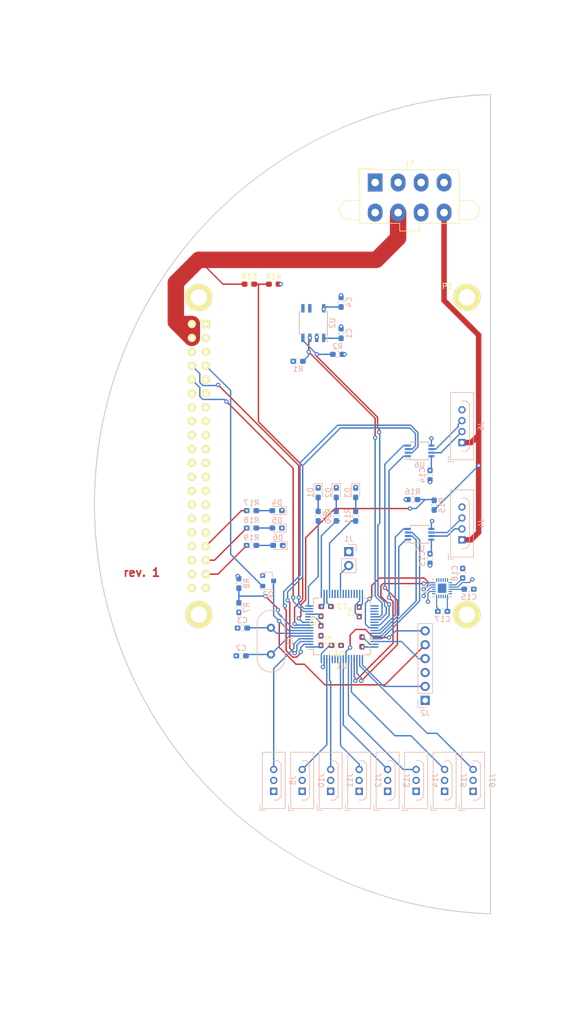
<source format=kicad_pcb>
(kicad_pcb (version 20171130) (host pcbnew "(5.0.0)")
  (layers (0 F.Cu signal) (1 In1.Cu signal) (2 In2.Cu signal) (31 B.Cu signal) (34 B.Paste user) (35 F.Paste user) (36 B.SilkS user) (37 F.SilkS user) (38 B.Mask user) (39 F.Mask user) (44 Edge.Cuts user))
  (net 0 "")
  (net 1 GND)
  (net 2 +3V3)
  (net 3 "Net-(C1-Pad1)")
  (net 4 "Net-(C2-Pad1)")
  (net 5 "Net-(C3-Pad1)")
  (net 6 "Net-(C15-Pad1)")
  (net 7 "Net-(J1-Pad2)")
  (net 8 /SWCLK)
  (net 9 /SWDIO)
  (net 10 /NRST)
  (net 11 /JTDO)
  (net 12 +48V)
  (net 13 "Net-(J4-Pad3)")
  (net 14 "Net-(J4-Pad2)")
  (net 15 "Net-(J5-Pad2)")
  (net 16 "Net-(J6-Pad2)")
  (net 17 "Net-(J6-Pad3)")
  (net 18 "Net-(J10-Pad2)")
  (net 19 "Net-(J11-Pad2)")
  (net 20 "Net-(J12-Pad2)")
  (net 21 "Net-(J13-Pad2)")
  (net 22 "Net-(J14-Pad2)")
  (net 23 "Net-(J15-Pad2)")
  (net 24 "Net-(J16-Pad2)")
  (net 25 /STM_RESET)
  (net 26 /HIH_SCL)
  (net 27 /HIH_SDA)
  (net 28 /SWITCH_A)
  (net 29 /SWITCH_B)
  (net 30 /3.3V_MEASURE)
  (net 31 "Net-(R9-Pad1)")
  (net 32 "Net-(D1-Pad2)")
  (net 33 "Net-(R10-Pad2)")
  (net 34 "Net-(D2-Pad2)")
  (net 35 "Net-(D3-Pad2)")
  (net 36 "Net-(R11-Pad2)")
  (net 37 /5V_MEASURE)
  (net 38 +5V)
  (net 39 /48V_MEASURE)
  (net 40 "Net-(P1-Pad33)")
  (net 41 "Net-(D4-Pad2)")
  (net 42 "Net-(D5-Pad2)")
  (net 43 "Net-(P1-Pad35)")
  (net 44 "Net-(P1-Pad37)")
  (net 45 "Net-(D6-Pad2)")
  (net 46 /MISC_RE)
  (net 47 /MISC_DE)
  (net 48 /CURRENT_MEASURE)
  (net 49 /ODROID_RX)
  (net 50 /ODROID_TX)
  (net 51 "Net-(U1-Pad21)")
  (net 52 "Net-(U1-Pad22)")
  (net 53 "Net-(U1-Pad23)")
  (net 54 "Net-(U1-Pad25)")
  (net 55 "Net-(U1-Pad30)")
  (net 56 "Net-(U1-Pad39)")
  (net 57 /ICM_SDA)
  (net 58 /ICM_SCL)
  (net 59 /SENSOR_TX)
  (net 60 /SENSOR_RX)
  (net 61 /SENSOR_RE)
  (net 62 /SENSOR_DE)
  (net 63 /MISC_TX)
  (net 64 /MISC_RX)
  (net 65 /USART1_TX)
  (net 66 /USART1_RX)
  (net 67 "Net-(U1-Pad60)")
  (net 68 "Net-(U2-Pad5)")
  (net 69 "Net-(U2-Pad6)")
  (net 70 "Net-(P1-Pad1)")
  (net 71 "Net-(P1-Pad3)")
  (net 72 "Net-(P1-Pad5)")
  (net 73 "Net-(P1-Pad11)")
  (net 74 "Net-(P1-Pad12)")
  (net 75 "Net-(P1-Pad13)")
  (net 76 "Net-(P1-Pad15)")
  (net 77 "Net-(P1-Pad16)")
  (net 78 "Net-(P1-Pad17)")
  (net 79 "Net-(P1-Pad18)")
  (net 80 "Net-(P1-Pad19)")
  (net 81 "Net-(P1-Pad21)")
  (net 82 "Net-(P1-Pad22)")
  (net 83 "Net-(P1-Pad23)")
  (net 84 "Net-(P1-Pad24)")
  (net 85 "Net-(P1-Pad26)")
  (net 86 "Net-(P1-Pad27)")
  (net 87 "Net-(P1-Pad28)")
  (net 88 "Net-(P1-Pad29)")
  (net 89 "Net-(P1-Pad31)")
  (net 90 "Net-(P1-Pad32)")
  (net 91 "Net-(P1-Pad36)")
  (net 92 "Net-(P1-Pad38)")
  (net 93 "Net-(P1-Pad40)")
  (net 94 "Net-(U7-Pad7)")
  (net 95 "Net-(U7-Pad11)")
  (net 96 "Net-(U7-Pad12)")
  (net 97 "Net-(U7-Pad19)")
  (net 98 "Net-(U7-Pad21)")
  (net 99 +24V)
  (net 100 /MOTOR_1)
  (net 101 /MOTOR_2)
  (net 102 /MOTOR_3)
  (net 103 /MOTOR_4)
  (net 104 /MOTOR_5)
  (net 105 /MOTOR_6)
  (net 106 /MOTOR_7)
  (net 107 /MOTOR_8)
  (net 108 "Net-(U1-Pad29)")
  (net 109 "Net-(U1-Pad33)")
  (net 110 "Net-(U1-Pad34)")
  (net 111 "Net-(U1-Pad35)")
  (net 112 "Net-(U1-Pad36)")
  (net 113 "Net-(U1-Pad28)")
  (module Package_SO:TSSOP-8_3x3mm_P0.65mm (layer B.Cu) (at 90.17 84.455)
    (fp_text reference U6 (at 0 2.55) (layer B.SilkS) (effects (justify mirror)))
    (fp_text value ADM3061)
    (pad 8 smd rect (at 2.15 0.975) (size 1.1 0.4) (layers B.Cu B.Paste B.Mask) (net 2 +3V3))
    (pad 7 smd rect (at 2.15 0.325) (size 1.1 0.4) (layers B.Cu B.Paste B.Mask) (net 16 "Net-(J6-Pad2)"))
    (pad 6 smd rect (at 2.15 -0.325) (size 1.1 0.4) (layers B.Cu B.Paste B.Mask) (net 17 "Net-(J6-Pad3)"))
    (pad 5 smd rect (at 2.15 -0.975) (size 1.1 0.4) (layers B.Cu B.Paste B.Mask) (net 1 GND))
    (pad 4 smd rect (at -2.15 -0.975) (size 1.1 0.4) (layers B.Cu B.Paste B.Mask) (net 63 /MISC_TX))
    (pad 3 smd rect (at -2.15 -0.325) (size 1.1 0.4) (layers B.Cu B.Paste B.Mask) (net 47 /MISC_DE))
    (pad 2 smd rect (at -2.15 0.325) (size 1.1 0.4) (layers B.Cu B.Paste B.Mask) (net 46 /MISC_RE))
    (pad 1 smd rect (at -2.15 0.975) (size 1.1 0.4) (layers B.Cu B.Paste B.Mask) (net 64 /MISC_RX))
  )
  (module Capacitor_SMD:C_0603_1608Metric_Pad1.05x0.95mm_HandSolder (layer F.Cu) (at 72.136 119.126 270)
    (fp_text reference C9 (at 0 -1.43 270) (layer F.SilkS))
    (fp_text value 100nF)
    (pad 1 smd roundrect (at -0.875 0 270) (size 1.05 0.95) (layers F.Cu F.Paste F.Mask) (net 1 GND))
    (pad 2 smd roundrect (at 0.875 0 270) (size 1.05 0.95) (layers F.Cu F.Paste F.Mask) (net 2 +3V3))
  )
  (module Capacitor_SMD:C_0603_1608Metric_Pad1.05x0.95mm_HandSolder (layer F.Cu) (at 79.629 119.366 270)
    (fp_text reference C5 (at 0 -1.43 270) (layer F.SilkS))
    (fp_text value 100nF)
    (pad 1 smd roundrect (at -0.875 0 270) (size 1.05 0.95) (layers F.Cu F.Paste F.Mask) (net 1 GND))
    (pad 2 smd roundrect (at 0.875 0 270) (size 1.05 0.95) (layers F.Cu F.Paste F.Mask) (net 2 +3V3))
  )
  (module Capacitor_SMD:C_0603_1608Metric_Pad1.05x0.95mm_HandSolder (layer F.Cu) (at 79.133109 113.864942 90)
    (fp_text reference C6 (at 0 -1.43 90) (layer F.SilkS))
    (fp_text value 100nF)
    (pad 2 smd roundrect (at 0.875 0 90) (size 1.05 0.95) (layers F.Cu F.Paste F.Mask) (net 2 +3V3))
    (pad 1 smd roundrect (at -0.875 0 90) (size 1.05 0.95) (layers F.Cu F.Paste F.Mask) (net 1 GND))
  )
  (module Capacitor_SMD:C_0603_1608Metric_Pad1.05x0.95mm_HandSolder (layer F.Cu) (at 73.085 112.903)
    (fp_text reference C7 (at 2.935 0) (layer F.SilkS))
    (fp_text value 100nF)
    (pad 1 smd roundrect (at -0.875 0) (size 1.05 0.95) (layers F.Cu F.Paste F.Mask) (net 1 GND))
    (pad 2 smd roundrect (at 0.875 0) (size 1.05 0.95) (layers F.Cu F.Paste F.Mask) (net 2 +3V3))
  )
  (module Capacitor_SMD:C_0603_1608Metric_Pad1.05x0.95mm_HandSolder (layer F.Cu) (at 72.136 115.556 90)
    (fp_text reference C8 (at 0 -1.43 90) (layer F.SilkS))
    (fp_text value 100nF)
    (pad 2 smd roundrect (at 0.875 0 90) (size 1.05 0.95) (layers F.Cu F.Paste F.Mask) (net 2 +3V3))
    (pad 1 smd roundrect (at -0.875 0 90) (size 1.05 0.95) (layers F.Cu F.Paste F.Mask) (net 1 GND))
  )
  (module Capacitor_SMD:C_0603_1608Metric_Pad1.05x0.95mm_HandSolder (layer F.Cu) (at 74.944 120.015 180)
    (fp_text reference C10 (at 0 -1.43 180) (layer F.SilkS))
    (fp_text value 100nF)
    (pad 1 smd roundrect (at -0.875 0 180) (size 1.05 0.95) (layers F.Cu F.Paste F.Mask) (net 1 GND))
    (pad 2 smd roundrect (at 0.875 0 180) (size 1.05 0.95) (layers F.Cu F.Paste F.Mask) (net 2 +3V3))
  )
  (module Capacitor_SMD:C_0603_1608Metric_Pad1.05x0.95mm_HandSolder (layer B.Cu) (at 92.075 104.14 270)
    (fp_text reference C13 (at 0 1.43 270) (layer B.SilkS) (effects (justify mirror)))
    (fp_text value 1uF)
    (pad 1 smd roundrect (at -0.875 0 270) (size 1.05 0.95) (layers B.Cu B.Paste B.Mask) (net 2 +3V3))
    (pad 2 smd roundrect (at 0.875 0 270) (size 1.05 0.95) (layers B.Cu B.Paste B.Mask) (net 1 GND))
  )
  (module Capacitor_SMD:C_0603_1608Metric_Pad1.05x0.95mm_HandSolder (layer B.Cu) (at 92.075 88.9 270)
    (fp_text reference C14 (at 0 1.43 270) (layer B.SilkS) (effects (justify mirror)))
    (fp_text value 1uF)
    (pad 2 smd roundrect (at 0.875 0 270) (size 1.05 0.95) (layers B.Cu B.Paste B.Mask) (net 1 GND))
    (pad 1 smd roundrect (at -0.875 0 270) (size 1.05 0.95) (layers B.Cu B.Paste B.Mask) (net 2 +3V3))
  )
  (module Connector_PinHeader_2.54mm:PinHeader_1x02_P2.54mm_Vertical (layer B.Cu) (at 77.216 102.87 180)
    (fp_text reference J1 (at 0 2.33 180) (layer B.SilkS) (effects (justify mirror)))
    (fp_text value analog_extra)
    (pad 1 thru_hole rect (at 0 0 180) (size 1.7 1.7) (drill 1) (layers *.Cu *.Mask) (net 1 GND))
    (pad 2 thru_hole oval (at 0 -2.54 180) (size 1.7 1.7) (drill 1) (layers *.Cu *.Mask) (net 7 "Net-(J1-Pad2)"))
  )
  (module Connector_PinHeader_2.54mm:PinHeader_1x06_P2.54mm_Vertical (layer B.Cu) (at 91.186 130.048)
    (fp_text reference J2 (at 0 2.33) (layer B.SilkS) (effects (justify mirror)))
    (fp_text value Programming_Header)
    (pad 1 thru_hole rect (at 0 0) (size 1.7 1.7) (drill 1) (layers *.Cu *.Mask) (net 2 +3V3))
    (pad 2 thru_hole oval (at 0 -2.54) (size 1.7 1.7) (drill 1) (layers *.Cu *.Mask) (net 8 /SWCLK))
    (pad 3 thru_hole oval (at 0 -5.08) (size 1.7 1.7) (drill 1) (layers *.Cu *.Mask) (net 1 GND))
    (pad 4 thru_hole oval (at 0 -7.62) (size 1.7 1.7) (drill 1) (layers *.Cu *.Mask) (net 9 /SWDIO))
    (pad 5 thru_hole oval (at 0 -10.16) (size 1.7 1.7) (drill 1) (layers *.Cu *.Mask) (net 10 /NRST))
    (pad 6 thru_hole oval (at 0 -12.7) (size 1.7 1.7) (drill 1) (layers *.Cu *.Mask) (net 11 /JTDO))
  )
  (module Package_TO_SOT_SMD:SOT-23 (layer B.Cu) (at 62.484 108.204)
    (fp_text reference Q2 (at 0 2.5) (layer B.SilkS) (effects (justify mirror)))
    (fp_text value DTC114E)
    (pad 1 smd rect (at -1 0.95) (size 0.9 0.8) (layers B.Cu B.Paste B.Mask) (net 25 /STM_RESET))
    (pad 2 smd rect (at -1 -0.95) (size 0.9 0.8) (layers B.Cu B.Paste B.Mask) (net 1 GND))
    (pad 3 smd rect (at 1 0) (size 0.9 0.8) (layers B.Cu B.Paste B.Mask) (net 10 /NRST))
  )
  (module Package_SO:SOIC-8-N7_3.9x4.9mm_P1.27mm (layer B.Cu) (at 70.739 61.087 90)
    (fp_text reference U2 (at 0 3.5 90) (layer B.SilkS) (effects (justify mirror)))
    (fp_text value HIH6031)
    (pad 1 smd rect (at -2.7 1.905 90) (size 1.55 0.6) (layers B.Cu B.Paste B.Mask) (net 3 "Net-(C1-Pad1)"))
    (pad 2 smd rect (at -2.7 0.635 90) (size 1.55 0.6) (layers B.Cu B.Paste B.Mask) (net 1 GND))
    (pad 3 smd rect (at -2.7 -0.635 90) (size 1.55 0.6) (layers B.Cu B.Paste B.Mask) (net 26 /HIH_SCL))
    (pad 4 smd rect (at -2.7 -1.905 90) (size 1.55 0.6) (layers B.Cu B.Paste B.Mask) (net 27 /HIH_SDA))
    (pad 5 smd rect (at 2.7 -1.905 90) (size 1.55 0.6) (layers B.Cu B.Paste B.Mask) (net 68 "Net-(U2-Pad5)"))
    (pad 6 smd rect (at 2.7 -0.635 90) (size 1.55 0.6) (layers B.Cu B.Paste B.Mask) (net 69 "Net-(U2-Pad6)"))
    (pad 8 smd rect (at 2.7 1.905 90) (size 1.55 0.6) (layers B.Cu B.Paste B.Mask) (net 2 +3V3))
  )
  (module Package_SO:TSSOP-8_3x3mm_P0.65mm (layer B.Cu) (at 90.17 99.695)
    (fp_text reference U4 (at 0 2.55) (layer B.SilkS) (effects (justify mirror)))
    (fp_text value ADM3061)
    (pad 1 smd rect (at -2.15 0.975) (size 1.1 0.4) (layers B.Cu B.Paste B.Mask) (net 60 /SENSOR_RX))
    (pad 2 smd rect (at -2.15 0.325) (size 1.1 0.4) (layers B.Cu B.Paste B.Mask) (net 61 /SENSOR_RE))
    (pad 3 smd rect (at -2.15 -0.325) (size 1.1 0.4) (layers B.Cu B.Paste B.Mask) (net 62 /SENSOR_DE))
    (pad 4 smd rect (at -2.15 -0.975) (size 1.1 0.4) (layers B.Cu B.Paste B.Mask) (net 59 /SENSOR_TX))
    (pad 5 smd rect (at 2.15 -0.975) (size 1.1 0.4) (layers B.Cu B.Paste B.Mask) (net 1 GND))
    (pad 6 smd rect (at 2.15 -0.325) (size 1.1 0.4) (layers B.Cu B.Paste B.Mask) (net 13 "Net-(J4-Pad3)"))
    (pad 7 smd rect (at 2.15 0.325) (size 1.1 0.4) (layers B.Cu B.Paste B.Mask) (net 14 "Net-(J4-Pad2)"))
    (pad 8 smd rect (at 2.15 0.975) (size 1.1 0.4) (layers B.Cu B.Paste B.Mask) (net 2 +3V3))
  )
  (module footprints:ODROID-C2 (layer F.Cu) (at 98.806 56.388 270)
    (fp_text reference P1 (at -2.032 3.556) (layer F.SilkS))
    (fp_text value ODROID-C2)
    (pad "" thru_hole circle (at 58 0 90) (size 5 5) (drill 3) (layers *.Cu *.Mask F.SilkS))
    (pad "" thru_hole circle (at 0 0 90) (size 5 5) (drill 3) (layers *.Cu *.Mask F.SilkS))
    (pad "" thru_hole circle (at 0 49 90) (size 5 5) (drill 3) (layers *.Cu *.Mask F.SilkS))
    (pad "" thru_hole circle (at 58 49 90) (size 5 5) (drill 3) (layers *.Cu *.Mask F.SilkS))
    (pad 1 thru_hole rect (at 4.87 47.73 90) (size 1.524 1.524) (drill 0.762) (layers *.Cu *.Mask F.SilkS) (net 70 "Net-(P1-Pad1)"))
    (pad 2 thru_hole circle (at 4.87 50.27 90) (size 1.524 1.524) (drill 0.762) (layers *.Cu *.Mask F.SilkS) (net 38 +5V))
    (pad 3 thru_hole circle (at 7.41 47.73 90) (size 1.524 1.524) (drill 0.762) (layers *.Cu *.Mask F.SilkS) (net 71 "Net-(P1-Pad3)"))
    (pad 4 thru_hole circle (at 7.41 50.27 90) (size 1.524 1.524) (drill 0.762) (layers *.Cu *.Mask F.SilkS) (net 38 +5V))
    (pad 5 thru_hole circle (at 9.95 47.73 90) (size 1.524 1.524) (drill 0.762) (layers *.Cu *.Mask F.SilkS) (net 72 "Net-(P1-Pad5)"))
    (pad 6 thru_hole circle (at 9.95 50.27 90) (size 1.524 1.524) (drill 0.762) (layers *.Cu *.Mask F.SilkS) (net 1 GND))
    (pad 7 thru_hole circle (at 12.49 47.73 90) (size 1.524 1.524) (drill 0.762) (layers *.Cu *.Mask F.SilkS) (net 25 /STM_RESET))
    (pad 8 thru_hole circle (at 12.49 50.27 90) (size 1.524 1.524) (drill 0.762) (layers *.Cu *.Mask F.SilkS) (net 50 /ODROID_TX))
    (pad 9 thru_hole circle (at 15.03 47.73 90) (size 1.524 1.524) (drill 0.762) (layers *.Cu *.Mask F.SilkS) (net 1 GND))
    (pad 10 thru_hole circle (at 15.03 50.27 90) (size 1.524 1.524) (drill 0.762) (layers *.Cu *.Mask F.SilkS) (net 49 /ODROID_RX))
    (pad 11 thru_hole circle (at 17.57 47.73 90) (size 1.524 1.524) (drill 0.762) (layers *.Cu *.Mask F.SilkS) (net 73 "Net-(P1-Pad11)"))
    (pad 12 thru_hole circle (at 17.57 50.27 90) (size 1.524 1.524) (drill 0.762) (layers *.Cu *.Mask F.SilkS) (net 74 "Net-(P1-Pad12)"))
    (pad 13 thru_hole circle (at 20.11 47.73 90) (size 1.524 1.524) (drill 0.762) (layers *.Cu *.Mask F.SilkS) (net 75 "Net-(P1-Pad13)"))
    (pad 14 thru_hole circle (at 20.11 50.27 90) (size 1.524 1.524) (drill 0.762) (layers *.Cu *.Mask F.SilkS) (net 1 GND))
    (pad 15 thru_hole circle (at 22.65 47.73 90) (size 1.524 1.524) (drill 0.762) (layers *.Cu *.Mask F.SilkS) (net 76 "Net-(P1-Pad15)"))
    (pad 16 thru_hole circle (at 22.65 50.27 90) (size 1.524 1.524) (drill 0.762) (layers *.Cu *.Mask F.SilkS) (net 77 "Net-(P1-Pad16)"))
    (pad 17 thru_hole circle (at 25.19 47.73 90) (size 1.524 1.524) (drill 0.762) (layers *.Cu *.Mask F.SilkS) (net 78 "Net-(P1-Pad17)"))
    (pad 18 thru_hole circle (at 25.19 50.27 90) (size 1.524 1.524) (drill 0.762) (layers *.Cu *.Mask F.SilkS) (net 79 "Net-(P1-Pad18)"))
    (pad 19 thru_hole circle (at 27.73 47.73 90) (size 1.524 1.524) (drill 0.762) (layers *.Cu *.Mask F.SilkS) (net 80 "Net-(P1-Pad19)"))
    (pad 20 thru_hole circle (at 27.73 50.27 90) (size 1.524 1.524) (drill 0.762) (layers *.Cu *.Mask F.SilkS) (net 1 GND))
    (pad 21 thru_hole circle (at 30.27 47.73 90) (size 1.524 1.524) (drill 0.762) (layers *.Cu *.Mask F.SilkS) (net 81 "Net-(P1-Pad21)"))
    (pad 22 thru_hole circle (at 30.27 50.27 90) (size 1.524 1.524) (drill 0.762) (layers *.Cu *.Mask F.SilkS) (net 82 "Net-(P1-Pad22)"))
    (pad 23 thru_hole circle (at 32.81 47.73 90) (size 1.524 1.524) (drill 0.762) (layers *.Cu *.Mask F.SilkS) (net 83 "Net-(P1-Pad23)"))
    (pad 24 thru_hole circle (at 32.81 50.27 90) (size 1.524 1.524) (drill 0.762) (layers *.Cu *.Mask F.SilkS) (net 84 "Net-(P1-Pad24)"))
    (pad 25 thru_hole circle (at 35.35 47.73 90) (size 1.524 1.524) (drill 0.762) (layers *.Cu *.Mask F.SilkS) (net 1 GND))
    (pad 26 thru_hole circle (at 35.35 50.27 90) (size 1.524 1.524) (drill 0.762) (layers *.Cu *.Mask F.SilkS) (net 85 "Net-(P1-Pad26)"))
    (pad 27 thru_hole circle (at 37.89 47.73 90) (size 1.524 1.524) (drill 0.762) (layers *.Cu *.Mask F.SilkS) (net 86 "Net-(P1-Pad27)"))
    (pad 28 thru_hole circle (at 37.89 50.27 90) (size 1.524 1.524) (drill 0.762) (layers *.Cu *.Mask F.SilkS) (net 87 "Net-(P1-Pad28)"))
    (pad 29 thru_hole circle (at 40.43 47.73 90) (size 1.524 1.524) (drill 0.762) (layers *.Cu *.Mask F.SilkS) (net 88 "Net-(P1-Pad29)"))
    (pad 30 thru_hole circle (at 40.43 50.27 90) (size 1.524 1.524) (drill 0.762) (layers *.Cu *.Mask F.SilkS) (net 1 GND))
    (pad 31 thru_hole circle (at 42.97 47.73 90) (size 1.524 1.524) (drill 0.762) (layers *.Cu *.Mask F.SilkS) (net 89 "Net-(P1-Pad31)"))
    (pad 32 thru_hole circle (at 42.97 50.27 90) (size 1.524 1.524) (drill 0.762) (layers *.Cu *.Mask F.SilkS) (net 90 "Net-(P1-Pad32)"))
    (pad 33 thru_hole circle (at 45.51 47.73 90) (size 1.524 1.524) (drill 0.762) (layers *.Cu *.Mask F.SilkS) (net 40 "Net-(P1-Pad33)"))
    (pad 34 thru_hole circle (at 45.51 50.27 90) (size 1.524 1.524) (drill 0.762) (layers *.Cu *.Mask F.SilkS) (net 1 GND))
    (pad 35 thru_hole circle (at 48.05 47.73 90) (size 1.524 1.524) (drill 0.762) (layers *.Cu *.Mask F.SilkS) (net 43 "Net-(P1-Pad35)"))
    (pad 36 thru_hole circle (at 48.05 50.27 90) (size 1.524 1.524) (drill 0.762) (layers *.Cu *.Mask F.SilkS) (net 91 "Net-(P1-Pad36)"))
    (pad 37 thru_hole circle (at 50.59 47.73 90) (size 1.524 1.524) (drill 0.762) (layers *.Cu *.Mask F.SilkS) (net 44 "Net-(P1-Pad37)"))
    (pad 38 thru_hole circle (at 50.59 50.27 90) (size 1.524 1.524) (drill 0.762) (layers *.Cu *.Mask F.SilkS) (net 92 "Net-(P1-Pad38)"))
    (pad 39 thru_hole circle (at 53.13 47.73 90) (size 1.524 1.524) (drill 0.762) (layers *.Cu *.Mask F.SilkS) (net 1 GND))
    (pad 40 thru_hole circle (at 53.13 50.27 90) (size 1.524 1.524) (drill 0.762) (layers *.Cu *.Mask F.SilkS) (net 93 "Net-(P1-Pad40)"))
  )
  (module Connector_Molex:Molex_Mini-Fit_Jr_5566-08A2_2x04_P4.20mm_Vertical (layer F.Cu) (at 82.042 35.394)
    (fp_text reference J7 (at 6.3 -3.45) (layer F.SilkS))
    (fp_text value Power_Connector)
    (pad 1 thru_hole rect (at 0 0) (size 2.7 3.3) (drill 1.4) (layers *.Cu *.Mask) (net 1 GND))
    (pad 2 thru_hole oval (at 4.2 0) (size 2.7 3.3) (drill 1.4) (layers *.Cu *.Mask) (net 1 GND))
    (pad 3 thru_hole oval (at 8.4 0) (size 2.7 3.3) (drill 1.4) (layers *.Cu *.Mask) (net 1 GND))
    (pad 4 thru_hole oval (at 12.6 0) (size 2.7 3.3) (drill 1.4) (layers *.Cu *.Mask) (net 1 GND))
    (pad 5 thru_hole oval (at 0 5.5) (size 2.7 3.3) (drill 1.4) (layers *.Cu *.Mask) (net 2 +3V3))
    (pad 6 thru_hole oval (at 4.2 5.5) (size 2.7 3.3) (drill 1.4) (layers *.Cu *.Mask) (net 38 +5V))
    (pad 7 thru_hole oval (at 8.4 5.5) (size 2.7 3.3) (drill 1.4) (layers *.Cu *.Mask) (net 99 +24V))
    (pad 8 thru_hole oval (at 12.6 5.5) (size 2.7 3.3) (drill 1.4) (layers *.Cu *.Mask) (net 12 +48V))
    (pad "" np_thru_hole circle (at -4.7 5.04) (size 3 3) (drill 3) (layers *.Cu *.Mask))
    (pad "" np_thru_hole circle (at 17.3 5.04) (size 3 3) (drill 3) (layers *.Cu *.Mask))
  )
  (module Capacitor_SMD:C_0603_1608Metric_Pad1.05x0.95mm_HandSolder (layer B.Cu) (at 75.819 62.992 90)
    (fp_text reference C1 (at 0 1.43 90) (layer B.SilkS) (effects (justify mirror)))
    (fp_text value 0.1uF)
    (pad 1 smd roundrect (at -0.875 0 90) (size 1.05 0.95) (layers B.Cu B.Paste B.Mask) (net 3 "Net-(C1-Pad1)"))
    (pad 2 smd roundrect (at 0.875 0 90) (size 1.05 0.95) (layers B.Cu B.Paste B.Mask) (net 1 GND))
  )
  (module Capacitor_SMD:C_0603_1608Metric_Pad1.05x0.95mm_HandSolder (layer B.Cu) (at 57.545 121.92 180)
    (fp_text reference C2 (at 0 1.43 180) (layer B.SilkS) (effects (justify mirror)))
    (fp_text value 30pF)
    (pad 1 smd roundrect (at -0.875 0 180) (size 1.05 0.95) (layers B.Cu B.Paste B.Mask) (net 4 "Net-(C2-Pad1)"))
    (pad 2 smd roundrect (at 0.875 0 180) (size 1.05 0.95) (layers B.Cu B.Paste B.Mask) (net 1 GND))
  )
  (module Capacitor_SMD:C_0603_1608Metric_Pad1.05x0.95mm_HandSolder (layer B.Cu) (at 57.771 116.84 180)
    (fp_text reference C3 (at 0 1.43 180) (layer B.SilkS) (effects (justify mirror)))
    (fp_text value 30pF)
    (pad 2 smd roundrect (at 0.875 0 180) (size 1.05 0.95) (layers B.Cu B.Paste B.Mask) (net 1 GND))
    (pad 1 smd roundrect (at -0.875 0 180) (size 1.05 0.95) (layers B.Cu B.Paste B.Mask) (net 5 "Net-(C3-Pad1)"))
  )
  (module Capacitor_SMD:C_0603_1608Metric_Pad1.05x0.95mm_HandSolder (layer B.Cu) (at 75.819 57.277 90)
    (fp_text reference C4 (at 0 1.43 90) (layer B.SilkS) (effects (justify mirror)))
    (fp_text value 1uF)
    (pad 2 smd roundrect (at 0.875 0 90) (size 1.05 0.95) (layers B.Cu B.Paste B.Mask) (net 1 GND))
    (pad 1 smd roundrect (at -0.875 0 90) (size 1.05 0.95) (layers B.Cu B.Paste B.Mask) (net 2 +3V3))
  )
  (module Resistor_SMD:R_0603_1608Metric_Pad1.05x0.95mm_HandSolder (layer B.Cu) (at 67.959 68.072)
    (fp_text reference R1 (at 0 1.43) (layer B.SilkS) (effects (justify mirror)))
    (fp_text value 4.7k)
    (pad 1 smd roundrect (at -0.875 0) (size 1.05 0.95) (layers B.Cu B.Paste B.Mask) (net 2 +3V3))
    (pad 2 smd roundrect (at 0.875 0) (size 1.05 0.95) (layers B.Cu B.Paste B.Mask) (net 26 /HIH_SCL))
  )
  (module Resistor_SMD:R_0603_1608Metric_Pad1.05x0.95mm_HandSolder (layer B.Cu) (at 75.184 66.802 180)
    (fp_text reference R2 (at 0 1.43 180) (layer B.SilkS) (effects (justify mirror)))
    (fp_text value 4.7k)
    (pad 2 smd roundrect (at 0.875 0 180) (size 1.05 0.95) (layers B.Cu B.Paste B.Mask) (net 27 /HIH_SDA))
    (pad 1 smd roundrect (at -0.875 0 180) (size 1.05 0.95) (layers B.Cu B.Paste B.Mask) (net 2 +3V3))
  )
  (module Resistor_SMD:R_0603_1608Metric_Pad1.05x0.95mm_HandSolder (layer B.Cu) (at 57.129329 113.110042 90)
    (fp_text reference R7 (at 0 1.43 90) (layer B.SilkS) (effects (justify mirror)))
    (fp_text value 10k)
    (pad 1 smd roundrect (at -0.875 0 90) (size 1.05 0.95) (layers B.Cu B.Paste B.Mask) (net 2 +3V3))
    (pad 2 smd roundrect (at 0.875 0 90) (size 1.05 0.95) (layers B.Cu B.Paste B.Mask) (net 30 /3.3V_MEASURE))
  )
  (module Resistor_SMD:R_0603_1608Metric_Pad1.05x0.95mm_HandSolder (layer B.Cu) (at 57.129329 108.665042 90)
    (fp_text reference R8 (at 0 1.43 90) (layer B.SilkS) (effects (justify mirror)))
    (fp_text value 56k)
    (pad 2 smd roundrect (at 0.875 0 90) (size 1.05 0.95) (layers B.Cu B.Paste B.Mask) (net 1 GND))
    (pad 1 smd roundrect (at -0.875 0 90) (size 1.05 0.95) (layers B.Cu B.Paste B.Mask) (net 30 /3.3V_MEASURE))
  )
  (module Resistor_SMD:R_0603_1608Metric_Pad1.05x0.95mm_HandSolder (layer B.Cu) (at 71.628 96.379 90)
    (fp_text reference R9 (at 0 1.43 90) (layer B.SilkS) (effects (justify mirror)))
    (fp_text value R_Small)
    (pad 2 smd roundrect (at 0.875 0 90) (size 1.05 0.95) (layers B.Cu B.Paste B.Mask) (net 32 "Net-(D1-Pad2)"))
    (pad 1 smd roundrect (at -0.875 0 90) (size 1.05 0.95) (layers B.Cu B.Paste B.Mask) (net 31 "Net-(R9-Pad1)"))
  )
  (module Resistor_SMD:R_0603_1608Metric_Pad1.05x0.95mm_HandSolder (layer B.Cu) (at 74.93 96.379 270)
    (fp_text reference R10 (at 0 1.43 270) (layer B.SilkS) (effects (justify mirror)))
    (fp_text value R_Small)
    (pad 1 smd roundrect (at -0.875 0 270) (size 1.05 0.95) (layers B.Cu B.Paste B.Mask) (net 34 "Net-(D2-Pad2)"))
    (pad 2 smd roundrect (at 0.875 0 270) (size 1.05 0.95) (layers B.Cu B.Paste B.Mask) (net 33 "Net-(R10-Pad2)"))
  )
  (module Resistor_SMD:R_0603_1608Metric_Pad1.05x0.95mm_HandSolder (layer B.Cu) (at 78.486 96.379 270)
    (fp_text reference R11 (at 0 1.43 270) (layer B.SilkS) (effects (justify mirror)))
    (fp_text value R_Small)
    (pad 2 smd roundrect (at 0.875 0 270) (size 1.05 0.95) (layers B.Cu B.Paste B.Mask) (net 36 "Net-(R11-Pad2)"))
    (pad 1 smd roundrect (at -0.875 0 270) (size 1.05 0.95) (layers B.Cu B.Paste B.Mask) (net 35 "Net-(D3-Pad2)"))
  )
  (module Resistor_SMD:R_0603_1608Metric_Pad1.05x0.95mm_HandSolder (layer F.Cu) (at 59.055 53.975)
    (fp_text reference R13 (at 0 -1.43) (layer F.SilkS))
    (fp_text value 10k)
    (pad 1 smd roundrect (at -0.875 0) (size 1.05 0.95) (layers F.Cu F.Paste F.Mask) (net 38 +5V))
    (pad 2 smd roundrect (at 0.875 0) (size 1.05 0.95) (layers F.Cu F.Paste F.Mask) (net 37 /5V_MEASURE))
  )
  (module Resistor_SMD:R_0603_1608Metric_Pad1.05x0.95mm_HandSolder (layer F.Cu) (at 63.5 53.975)
    (fp_text reference R14 (at 0 -1.43) (layer F.SilkS))
    (fp_text value 12k)
    (pad 2 smd roundrect (at 0.875 0) (size 1.05 0.95) (layers F.Cu F.Paste F.Mask) (net 1 GND))
    (pad 1 smd roundrect (at -0.875 0) (size 1.05 0.95) (layers F.Cu F.Paste F.Mask) (net 37 /5V_MEASURE))
  )
  (module Resistor_SMD:R_0603_1608Metric_Pad1.05x0.95mm_HandSolder (layer B.Cu) (at 92.837 94.375 90)
    (fp_text reference R15 (at 0 1.43 90) (layer B.SilkS) (effects (justify mirror)))
    (fp_text value 100k)
    (pad 2 smd roundrect (at 0.875 0 90) (size 1.05 0.95) (layers B.Cu B.Paste B.Mask) (net 39 /48V_MEASURE))
    (pad 1 smd roundrect (at -0.875 0 90) (size 1.05 0.95) (layers B.Cu B.Paste B.Mask) (net 12 +48V))
  )
  (module Resistor_SMD:R_0603_1608Metric_Pad1.05x0.95mm_HandSolder (layer B.Cu) (at 88.9 93.345 180)
    (fp_text reference R16 (at 0 1.43 180) (layer B.SilkS) (effects (justify mirror)))
    (fp_text value 3.6k)
    (pad 1 smd roundrect (at -0.875 0 180) (size 1.05 0.95) (layers B.Cu B.Paste B.Mask) (net 39 /48V_MEASURE))
    (pad 2 smd roundrect (at 0.875 0 180) (size 1.05 0.95) (layers B.Cu B.Paste B.Mask) (net 1 GND))
  )
  (module Resistor_SMD:R_0603_1608Metric_Pad1.05x0.95mm_HandSolder (layer B.Cu) (at 59.436 95.377 180)
    (fp_text reference R17 (at 0 1.43 180) (layer B.SilkS) (effects (justify mirror)))
    (fp_text value R_Small)
    (pad 2 smd roundrect (at 0.875 0 180) (size 1.05 0.95) (layers B.Cu B.Paste B.Mask) (net 40 "Net-(P1-Pad33)"))
    (pad 1 smd roundrect (at -0.875 0 180) (size 1.05 0.95) (layers B.Cu B.Paste B.Mask) (net 41 "Net-(D4-Pad2)"))
  )
  (module Resistor_SMD:R_0603_1608Metric_Pad1.05x0.95mm_HandSolder (layer B.Cu) (at 59.436 98.552 180)
    (fp_text reference R18 (at 0 1.43 180) (layer B.SilkS) (effects (justify mirror)))
    (fp_text value R_Small)
    (pad 1 smd roundrect (at -0.875 0 180) (size 1.05 0.95) (layers B.Cu B.Paste B.Mask) (net 42 "Net-(D5-Pad2)"))
    (pad 2 smd roundrect (at 0.875 0 180) (size 1.05 0.95) (layers B.Cu B.Paste B.Mask) (net 43 "Net-(P1-Pad35)"))
  )
  (module Resistor_SMD:R_0603_1608Metric_Pad1.05x0.95mm_HandSolder (layer B.Cu) (at 59.436 101.727 180)
    (fp_text reference R19 (at 0 1.43 180) (layer B.SilkS) (effects (justify mirror)))
    (fp_text value R_Small)
    (pad 1 smd roundrect (at -0.875 0 180) (size 1.05 0.95) (layers B.Cu B.Paste B.Mask) (net 45 "Net-(D6-Pad2)"))
    (pad 2 smd roundrect (at 0.875 0 180) (size 1.05 0.95) (layers B.Cu B.Paste B.Mask) (net 44 "Net-(P1-Pad37)"))
  )
  (module Capacitor_SMD:C_0603_1608Metric_Pad1.05x0.95mm_HandSolder (layer B.Cu) (at 99.201 109.728)
    (fp_text reference C15 (at 0 1.43) (layer B.SilkS) (effects (justify mirror)))
    (fp_text value 0.1uF)
    (pad 1 smd roundrect (at -0.875 0) (size 1.05 0.95) (layers B.Cu B.Paste B.Mask) (net 6 "Net-(C15-Pad1)"))
    (pad 2 smd roundrect (at 0.875 0) (size 1.05 0.95) (layers B.Cu B.Paste B.Mask) (net 1 GND))
  )
  (module Capacitor_SMD:C_0603_1608Metric_Pad1.05x0.95mm_HandSolder (layer B.Cu) (at 94.375 113.792)
    (fp_text reference C17 (at 0 1.43) (layer B.SilkS) (effects (justify mirror)))
    (fp_text value 0.1uF)
    (pad 1 smd roundrect (at -0.875 0) (size 1.05 0.95) (layers B.Cu B.Paste B.Mask) (net 1 GND))
    (pad 2 smd roundrect (at 0.875 0) (size 1.05 0.95) (layers B.Cu B.Paste B.Mask) (net 2 +3V3))
  )
  (module Capacitor_SMD:C_0603_1608Metric_Pad1.05x0.95mm_HandSolder (layer B.Cu) (at 98.044 106.821 270)
    (fp_text reference C18 (at 0 1.43 270) (layer B.SilkS) (effects (justify mirror)))
    (fp_text value 0.1uF)
    (pad 1 smd roundrect (at -0.875 0 270) (size 1.05 0.95) (layers B.Cu B.Paste B.Mask) (net 1 GND))
    (pad 2 smd roundrect (at 0.875 0 270) (size 1.05 0.95) (layers B.Cu B.Paste B.Mask) (net 2 +3V3))
  )
  (module footprints:ICM-20648 (layer B.Cu) (at 94.282 109.557 270)
    (fp_text reference U7 (at 0 2.825 270) (layer B.SilkS) (effects (justify mirror)))
    (fp_text value ICM20648)
    (pad 1 smd rect (at -1.5 1 180) (size 0.2 0.65) (layers B.Cu B.Paste B.Mask))
    (pad 2 smd rect (at -1.5 0.6 180) (size 0.2 0.65) (layers B.Cu B.Paste B.Mask))
    (pad 3 smd rect (at -1.5 0.2 180) (size 0.2 0.65) (layers B.Cu B.Paste B.Mask))
    (pad 4 smd rect (at -1.5 -0.2 180) (size 0.2 0.65) (layers B.Cu B.Paste B.Mask))
    (pad 5 smd rect (at -1.5 -0.6 180) (size 0.2 0.65) (layers B.Cu B.Paste B.Mask))
    (pad 6 smd rect (at -1.5 -1 180) (size 0.2 0.65) (layers B.Cu B.Paste B.Mask))
    (pad 7 smd rect (at -1 -1.5 270) (size 0.2 0.65) (layers B.Cu B.Paste B.Mask) (net 94 "Net-(U7-Pad7)"))
    (pad 8 smd rect (at -0.6 -1.5 270) (size 0.2 0.65) (layers B.Cu B.Paste B.Mask) (net 2 +3V3))
    (pad 9 smd rect (at -0.2 -1.5 270) (size 0.2 0.65) (layers B.Cu B.Paste B.Mask) (net 1 GND))
    (pad 10 smd rect (at 0.2 -1.5 270) (size 0.2 0.65) (layers B.Cu B.Paste B.Mask) (net 6 "Net-(C15-Pad1)"))
    (pad 11 smd rect (at 0.6 -1.5 270) (size 0.2 0.65) (layers B.Cu B.Paste B.Mask) (net 95 "Net-(U7-Pad11)"))
    (pad 12 smd rect (at 1 -1.5 270) (size 0.2 0.65) (layers B.Cu B.Paste B.Mask) (net 96 "Net-(U7-Pad12)"))
    (pad 13 smd rect (at 1.5 -1 180) (size 0.2 0.65) (layers B.Cu B.Paste B.Mask) (net 2 +3V3))
    (pad 14 smd rect (at 1.5 -0.6 180) (size 0.2 0.65) (layers B.Cu B.Paste B.Mask))
    (pad 15 smd rect (at 1.5 -0.2 180) (size 0.2 0.65) (layers B.Cu B.Paste B.Mask))
    (pad 16 smd rect (at 1.5 0.2 180) (size 0.2 0.65) (layers B.Cu B.Paste B.Mask))
    (pad 17 smd rect (at 1.5 0.6 180) (size 0.2 0.65) (layers B.Cu B.Paste B.Mask))
    (pad 18 smd rect (at 1.5 1 180) (size 0.2 0.65) (layers B.Cu B.Paste B.Mask) (net 1 GND))
    (pad 19 smd rect (at 1 1.5 270) (size 0.2 0.65) (layers B.Cu B.Paste B.Mask) (net 97 "Net-(U7-Pad19)"))
    (pad 20 smd rect (at 0.6 1.5 270) (size 0.2 0.65) (layers B.Cu B.Paste B.Mask) (net 1 GND))
    (pad 21 smd rect (at 0.2 1.5 270) (size 0.2 0.65) (layers B.Cu B.Paste B.Mask) (net 98 "Net-(U7-Pad21)"))
    (pad 22 smd rect (at -0.2 1.5 270) (size 0.2 0.65) (layers B.Cu B.Paste B.Mask) (net 2 +3V3))
    (pad 23 smd rect (at -0.6 1.5 270) (size 0.2 0.65) (layers B.Cu B.Paste B.Mask) (net 58 /ICM_SCL))
    (pad 24 smd rect (at -1 1.5 270) (size 0.2 0.65) (layers B.Cu B.Paste B.Mask) (net 57 /ICM_SDA))
    (pad 25 smd rect (at -0.425 0.385 270) (size 0.85 0.77) (layers B.Cu B.Paste B.Mask))
    (pad 25 smd rect (at -0.425 -0.385 270) (size 0.85 0.77) (layers B.Cu B.Paste B.Mask))
    (pad 25 smd rect (at 0.425 0.385 270) (size 0.85 0.77) (layers B.Cu B.Paste B.Mask))
    (pad 25 smd rect (at 0.425 -0.385 270) (size 0.85 0.77) (layers B.Cu B.Paste B.Mask))
  )
  (module Crystal:Crystal_HC49-U_Vertical (layer B.Cu) (at 62.992 121.666 90)
    (fp_text reference Y1 (at 2.44 3.525 90) (layer B.SilkS) (effects (justify mirror)))
    (fp_text value 8Mhz)
    (pad 1 thru_hole circle (at 0 0 90) (size 1.5 1.5) (drill 0.8) (layers *.Cu *.Mask) (net 4 "Net-(C2-Pad1)"))
    (pad 2 thru_hole circle (at 4.88 0 90) (size 1.5 1.5) (drill 0.8) (layers *.Cu *.Mask) (net 5 "Net-(C3-Pad1)"))
  )
  (module LED_SMD:LED_0603_1608Metric_Pad1.05x0.95mm_HandSolder (layer B.Cu) (at 71.628 92.089 270)
    (fp_text reference D1 (at 0 1.43 270) (layer B.SilkS) (effects (justify mirror)))
    (fp_text value LED-RED)
    (pad 2 smd roundrect (at 0.875 0 270) (size 1.05 0.95) (layers B.Cu B.Paste B.Mask) (net 32 "Net-(D1-Pad2)"))
    (pad 1 smd roundrect (at -0.875 0 270) (size 1.05 0.95) (layers B.Cu B.Paste B.Mask) (net 1 GND))
  )
  (module LED_SMD:LED_0603_1608Metric_Pad1.05x0.95mm_HandSolder (layer B.Cu) (at 74.93 92.089 270)
    (fp_text reference D2 (at 0 1.43 270) (layer B.SilkS) (effects (justify mirror)))
    (fp_text value LED-YELLOW)
    (pad 2 smd roundrect (at 0.875 0 270) (size 1.05 0.95) (layers B.Cu B.Paste B.Mask) (net 34 "Net-(D2-Pad2)"))
    (pad 1 smd roundrect (at -0.875 0 270) (size 1.05 0.95) (layers B.Cu B.Paste B.Mask) (net 1 GND))
  )
  (module LED_SMD:LED_0603_1608Metric_Pad1.05x0.95mm_HandSolder (layer B.Cu) (at 78.486 92.089 270)
    (fp_text reference D3 (at 0 1.43 270) (layer B.SilkS) (effects (justify mirror)))
    (fp_text value LED-GREEN)
    (pad 1 smd roundrect (at -0.875 0 270) (size 1.05 0.95) (layers B.Cu B.Paste B.Mask) (net 1 GND))
    (pad 2 smd roundrect (at 0.875 0 270) (size 1.05 0.95) (layers B.Cu B.Paste B.Mask) (net 35 "Net-(D3-Pad2)"))
  )
  (module LED_SMD:LED_0603_1608Metric_Pad1.05x0.95mm_HandSolder (layer B.Cu) (at 64.121 95.377 180)
    (fp_text reference D4 (at 0 1.43 180) (layer B.SilkS) (effects (justify mirror)))
    (fp_text value LED-RED)
    (pad 1 smd roundrect (at -0.875 0 180) (size 1.05 0.95) (layers B.Cu B.Paste B.Mask) (net 1 GND))
    (pad 2 smd roundrect (at 0.875 0 180) (size 1.05 0.95) (layers B.Cu B.Paste B.Mask) (net 41 "Net-(D4-Pad2)"))
  )
  (module LED_SMD:LED_0603_1608Metric_Pad1.05x0.95mm_HandSolder (layer B.Cu) (at 64.121 98.552 180)
    (fp_text reference D5 (at 0 1.43 180) (layer B.SilkS) (effects (justify mirror)))
    (fp_text value LED-YELLOW)
    (pad 1 smd roundrect (at -0.875 0 180) (size 1.05 0.95) (layers B.Cu B.Paste B.Mask) (net 1 GND))
    (pad 2 smd roundrect (at 0.875 0 180) (size 1.05 0.95) (layers B.Cu B.Paste B.Mask) (net 42 "Net-(D5-Pad2)"))
  )
  (module LED_SMD:LED_0603_1608Metric_Pad1.05x0.95mm_HandSolder (layer B.Cu) (at 64.276 101.727 180)
    (fp_text reference D6 (at 0 1.43 180) (layer B.SilkS) (effects (justify mirror)))
    (fp_text value LED-GREEN)
    (pad 2 smd roundrect (at 0.875 0 180) (size 1.05 0.95) (layers B.Cu B.Paste B.Mask) (net 45 "Net-(D6-Pad2)"))
    (pad 1 smd roundrect (at -0.875 0 180) (size 1.05 0.95) (layers B.Cu B.Paste B.Mask) (net 1 GND))
  )
  (module footprints:LQFP-64_10x10mm_P0.5mm_handsolder (layer B.Cu) (at 75.958109 116.545942)
    (fp_text reference U1 (at 0 7.2) (layer B.SilkS) (effects (justify mirror)))
    (fp_text value STM32F446RETx)
    (pad 1 smd rect (at -5.7 3.75) (size 1.5 0.25) (drill (offset -0.25 0)) (layers B.Cu B.Paste B.Mask) (net 2 +3V3))
    (pad 2 smd rect (at -5.7 3.25) (size 1.5 0.25) (drill (offset -0.25 0)) (layers B.Cu B.Paste B.Mask) (net 46 /MISC_RE))
    (pad 3 smd rect (at -5.7 2.75) (size 1.5 0.25) (drill (offset -0.25 0)) (layers B.Cu B.Paste B.Mask) (net 47 /MISC_DE))
    (pad 4 smd rect (at -5.7 2.25) (size 1.5 0.25) (drill (offset -0.25 0)) (layers B.Cu B.Paste B.Mask) (net 100 /MOTOR_1))
    (pad 5 smd rect (at -5.7 1.75) (size 1.5 0.25) (drill (offset -0.25 0)) (layers B.Cu B.Paste B.Mask) (net 4 "Net-(C2-Pad1)"))
    (pad 6 smd rect (at -5.7 1.25) (size 1.5 0.25) (drill (offset -0.25 0)) (layers B.Cu B.Paste B.Mask) (net 5 "Net-(C3-Pad1)"))
    (pad 7 smd rect (at -5.7 0.75) (size 1.5 0.25) (drill (offset -0.25 0)) (layers B.Cu B.Paste B.Mask) (net 10 /NRST))
    (pad 8 smd rect (at -5.7 0.25) (size 1.5 0.25) (drill (offset -0.25 0)) (layers B.Cu B.Paste B.Mask) (net 30 /3.3V_MEASURE))
    (pad 9 smd rect (at -5.7 -0.25) (size 1.5 0.25) (drill (offset -0.25 0)) (layers B.Cu B.Paste B.Mask) (net 37 /5V_MEASURE))
    (pad 10 smd rect (at -5.7 -0.75) (size 1.5 0.25) (drill (offset -0.25 0)) (layers B.Cu B.Paste B.Mask) (net 39 /48V_MEASURE))
    (pad 11 smd rect (at -5.7 -1.25) (size 1.5 0.25) (drill (offset -0.25 0)) (layers B.Cu B.Paste B.Mask) (net 48 /CURRENT_MEASURE))
    (pad 12 smd rect (at -5.7 -1.75) (size 1.5 0.25) (drill (offset -0.25 0)) (layers B.Cu B.Paste B.Mask) (net 1 GND))
    (pad 13 smd rect (at -5.7 -2.25) (size 1.5 0.25) (drill (offset -0.25 0)) (layers B.Cu B.Paste B.Mask) (net 2 +3V3))
    (pad 14 smd rect (at -5.7 -2.75) (size 1.5 0.25) (drill (offset -0.25 0)) (layers B.Cu B.Paste B.Mask) (net 49 /ODROID_RX))
    (pad 15 smd rect (at -5.7 -3.25) (size 1.5 0.25) (drill (offset -0.25 0)) (layers B.Cu B.Paste B.Mask) (net 50 /ODROID_TX))
    (pad 16 smd rect (at -5.7 -3.75) (size 1.5 0.25) (drill (offset -0.25 0)) (layers B.Cu B.Paste B.Mask) (net 31 "Net-(R9-Pad1)"))
    (pad 17 smd rect (at -3.75 -5.7 270) (size 1.5 0.25) (drill (offset -0.25 0)) (layers B.Cu B.Paste B.Mask) (net 33 "Net-(R10-Pad2)"))
    (pad 18 smd rect (at -3.25 -5.7 270) (size 1.5 0.25) (drill (offset -0.25 0)) (layers B.Cu B.Paste B.Mask) (net 1 GND))
    (pad 19 smd rect (at -2.75 -5.7 270) (size 1.5 0.25) (drill (offset -0.25 0)) (layers B.Cu B.Paste B.Mask) (net 2 +3V3))
    (pad 20 smd rect (at -2.25 -5.7 270) (size 1.5 0.25) (drill (offset -0.25 0)) (layers B.Cu B.Paste B.Mask) (net 36 "Net-(R11-Pad2)"))
    (pad 21 smd rect (at -1.75 -5.7 270) (size 1.5 0.25) (drill (offset -0.25 0)) (layers B.Cu B.Paste B.Mask) (net 51 "Net-(U1-Pad21)"))
    (pad 22 smd rect (at -1.25 -5.7 270) (size 1.5 0.25) (drill (offset -0.25 0)) (layers B.Cu B.Paste B.Mask) (net 52 "Net-(U1-Pad22)"))
    (pad 23 smd rect (at -0.75 -5.7 270) (size 1.5 0.25) (drill (offset -0.25 0)) (layers B.Cu B.Paste B.Mask) (net 53 "Net-(U1-Pad23)"))
    (pad 24 smd rect (at -0.25 -5.7 270) (size 1.5 0.25) (drill (offset -0.25 0)) (layers B.Cu B.Paste B.Mask) (net 7 "Net-(J1-Pad2)"))
    (pad 25 smd rect (at 0.25 -5.7 270) (size 1.5 0.25) (drill (offset -0.25 0)) (layers B.Cu B.Paste B.Mask) (net 54 "Net-(U1-Pad25)"))
    (pad 26 smd rect (at 0.75 -5.7 270) (size 1.5 0.25) (drill (offset -0.25 0)) (layers B.Cu B.Paste B.Mask) (net 28 /SWITCH_A))
    (pad 27 smd rect (at 1.25 -5.7 270) (size 1.5 0.25) (drill (offset -0.25 0)) (layers B.Cu B.Paste B.Mask) (net 29 /SWITCH_B))
    (pad 28 smd rect (at 1.75 -5.7 270) (size 1.5 0.25) (drill (offset -0.25 0)) (layers B.Cu B.Paste B.Mask) (net 113 "Net-(U1-Pad28)"))
    (pad 29 smd rect (at 2.25 -5.7 270) (size 1.5 0.25) (drill (offset -0.25 0)) (layers B.Cu B.Paste B.Mask) (net 108 "Net-(U1-Pad29)"))
    (pad 30 smd rect (at 2.75 -5.7 270) (size 1.5 0.25) (drill (offset -0.25 0)) (layers B.Cu B.Paste B.Mask) (net 55 "Net-(U1-Pad30)"))
    (pad 31 smd rect (at 3.25 -5.7 270) (size 1.5 0.25) (drill (offset -0.25 0)) (layers B.Cu B.Paste B.Mask) (net 1 GND))
    (pad 32 smd rect (at 3.75 -5.7 270) (size 1.5 0.25) (drill (offset -0.25 0)) (layers B.Cu B.Paste B.Mask) (net 2 +3V3))
    (pad 33 smd rect (at 5.7 -3.75) (size 1.5 0.25) (drill (offset 0.25 0)) (layers B.Cu B.Paste B.Mask) (net 109 "Net-(U1-Pad33)"))
    (pad 34 smd rect (at 5.7 -3.25) (size 1.5 0.25) (drill (offset 0.25 0)) (layers B.Cu B.Paste B.Mask) (net 110 "Net-(U1-Pad34)"))
    (pad 35 smd rect (at 5.7 -2.75) (size 1.5 0.25) (drill (offset 0.25 0)) (layers B.Cu B.Paste B.Mask) (net 111 "Net-(U1-Pad35)"))
    (pad 36 smd rect (at 5.7 -2.25) (size 1.5 0.25) (drill (offset 0.25 0)) (layers B.Cu B.Paste B.Mask) (net 112 "Net-(U1-Pad36)"))
    (pad 37 smd rect (at 5.7 -1.75) (size 1.5 0.25) (drill (offset 0.25 0)) (layers B.Cu B.Paste B.Mask) (net 26 /HIH_SCL))
    (pad 38 smd rect (at 5.7 -1.25) (size 1.5 0.25) (drill (offset 0.25 0)) (layers B.Cu B.Paste B.Mask) (net 27 /HIH_SDA))
    (pad 39 smd rect (at 5.7 -0.75) (size 1.5 0.25) (drill (offset 0.25 0)) (layers B.Cu B.Paste B.Mask) (net 56 "Net-(U1-Pad39)"))
    (pad 40 smd rect (at 5.7 -0.25) (size 1.5 0.25) (drill (offset 0.25 0)) (layers B.Cu B.Paste B.Mask) (net 57 /ICM_SDA))
    (pad 41 smd rect (at 5.7 0.25) (size 1.5 0.25) (drill (offset 0.25 0)) (layers B.Cu B.Paste B.Mask) (net 58 /ICM_SCL))
    (pad 42 smd rect (at 5.7 0.75) (size 1.5 0.25) (drill (offset 0.25 0)) (layers B.Cu B.Paste B.Mask) (net 59 /SENSOR_TX))
    (pad 43 smd rect (at 5.7 1.25) (size 1.5 0.25) (drill (offset 0.25 0)) (layers B.Cu B.Paste B.Mask) (net 60 /SENSOR_RX))
    (pad 44 smd rect (at 5.7 1.75) (size 1.5 0.25) (drill (offset 0.25 0)) (layers B.Cu B.Paste B.Mask) (net 61 /SENSOR_RE))
    (pad 45 smd rect (at 5.7 2.25) (size 1.5 0.25) (drill (offset 0.25 0)) (layers B.Cu B.Paste B.Mask) (net 62 /SENSOR_DE))
    (pad 46 smd rect (at 5.7 2.75) (size 1.5 0.25) (drill (offset 0.25 0)) (layers B.Cu B.Paste B.Mask) (net 9 /SWDIO))
    (pad 47 smd rect (at 5.7 3.25) (size 1.5 0.25) (drill (offset 0.25 0)) (layers B.Cu B.Paste B.Mask) (net 1 GND))
    (pad 48 smd rect (at 5.7 3.75) (size 1.5 0.25) (drill (offset 0.25 0)) (layers B.Cu B.Paste B.Mask) (net 2 +3V3))
    (pad 49 smd rect (at 3.75 5.7 270) (size 1.5 0.25) (drill (offset 0.25 0)) (layers B.Cu B.Paste B.Mask) (net 8 /SWCLK))
    (pad 50 smd rect (at 3.25 5.7 270) (size 1.5 0.25) (drill (offset 0.25 0)) (layers B.Cu B.Paste B.Mask) (net 107 /MOTOR_8))
    (pad 51 smd rect (at 2.75 5.7 270) (size 1.5 0.25) (drill (offset 0.25 0)) (layers B.Cu B.Paste B.Mask) (net 63 /MISC_TX))
    (pad 52 smd rect (at 2.25 5.7 270) (size 1.5 0.25) (drill (offset 0.25 0)) (layers B.Cu B.Paste B.Mask) (net 64 /MISC_RX))
    (pad 53 smd rect (at 1.75 5.7 270) (size 1.5 0.25) (drill (offset 0.25 0)) (layers B.Cu B.Paste B.Mask) (net 106 /MOTOR_7))
    (pad 54 smd rect (at 1.25 5.7 270) (size 1.5 0.25) (drill (offset 0.25 0)) (layers B.Cu B.Paste B.Mask) (net 105 /MOTOR_6))
    (pad 55 smd rect (at 0.75 5.7 270) (size 1.5 0.25) (drill (offset 0.25 0)) (layers B.Cu B.Paste B.Mask) (net 11 /JTDO))
    (pad 56 smd rect (at 0.25 5.7 270) (size 1.5 0.25) (drill (offset 0.25 0)) (layers B.Cu B.Paste B.Mask) (net 104 /MOTOR_5))
    (pad 57 smd rect (at -0.25 5.7 270) (size 1.5 0.25) (drill (offset 0.25 0)) (layers B.Cu B.Paste B.Mask) (net 103 /MOTOR_4))
    (pad 58 smd rect (at -0.75 5.7 270) (size 1.5 0.25) (drill (offset 0.25 0)) (layers B.Cu B.Paste B.Mask) (net 65 /USART1_TX))
    (pad 59 smd rect (at -1.25 5.7 270) (size 1.5 0.25) (drill (offset 0.25 0)) (layers B.Cu B.Paste B.Mask) (net 66 /USART1_RX))
    (pad 60 smd rect (at -1.75 5.7 270) (size 1.5 0.25) (drill (offset 0.25 0)) (layers B.Cu B.Paste B.Mask) (net 67 "Net-(U1-Pad60)"))
    (pad 61 smd rect (at -2.25 5.7 270) (size 1.5 0.25) (drill (offset 0.25 0)) (layers B.Cu B.Paste B.Mask) (net 102 /MOTOR_3))
    (pad 62 smd rect (at -2.75 5.7 270) (size 1.5 0.25) (drill (offset 0.25 0)) (layers B.Cu B.Paste B.Mask) (net 101 /MOTOR_2))
    (pad 63 smd rect (at -3.25 5.7 270) (size 1.5 0.25) (drill (offset 0.25 0)) (layers B.Cu B.Paste B.Mask) (net 1 GND))
    (pad 64 smd rect (at -3.75 5.7 270) (size 1.5 0.25) (drill (offset 0.25 0)) (layers B.Cu B.Paste B.Mask) (net 2 +3V3))
  )
  (module Connector_Harwin:Harwin_LTek-Male_04_P2.00mm_Vertical (layer B.Cu) (at 97.917 100.711 90)
    (fp_text reference J4 (at 3 3.5 90) (layer B.SilkS) (effects (justify mirror)))
    (fp_text value datamate_sensors)
    (pad 4 thru_hole circle (at 6 0 90) (size 1.35 1.35) (drill 0.8) (layers *.Cu *.Mask) (net 1 GND))
    (pad 3 thru_hole circle (at 4 0 90) (size 1.35 1.35) (drill 0.8) (layers *.Cu *.Mask) (net 13 "Net-(J4-Pad3)"))
    (pad 2 thru_hole circle (at 2 0 90) (size 1.35 1.35) (drill 0.8) (layers *.Cu *.Mask) (net 14 "Net-(J4-Pad2)"))
    (pad 1 thru_hole rect (at 0 0 90) (size 1.35 1.35) (drill 0.8) (layers *.Cu *.Mask) (net 12 +48V))
  )
  (module Connector_Harwin:Harwin_LTek-Male_04_P2.00mm_Vertical (layer B.Cu) (at 97.917 82.931 90)
    (fp_text reference J6 (at 3 3.5 90) (layer B.SilkS) (effects (justify mirror)))
    (fp_text value datamate_misc)
    (pad 1 thru_hole rect (at 0 0 90) (size 1.35 1.35) (drill 0.8) (layers *.Cu *.Mask) (net 12 +48V))
    (pad 2 thru_hole circle (at 2 0 90) (size 1.35 1.35) (drill 0.8) (layers *.Cu *.Mask) (net 16 "Net-(J6-Pad2)"))
    (pad 3 thru_hole circle (at 4 0 90) (size 1.35 1.35) (drill 0.8) (layers *.Cu *.Mask) (net 17 "Net-(J6-Pad3)"))
    (pad 4 thru_hole circle (at 6 0 90) (size 1.35 1.35) (drill 0.8) (layers *.Cu *.Mask) (net 1 GND))
  )
  (module Connector_Harwin:Harwin_LTek-Male_03_P2.00mm_Vertical (layer B.Cu) (at 63.5 146.685 90)
    (fp_text reference J5 (at 2 3.5 90) (layer B.SilkS) (effects (justify mirror)))
    (fp_text value Motor_1)
    (pad 3 thru_hole circle (at 4 0 90) (size 1.35 1.35) (drill 0.8) (layers *.Cu *.Mask) (net 100 /MOTOR_1))
    (pad 2 thru_hole circle (at 2 0 90) (size 1.35 1.35) (drill 0.8) (layers *.Cu *.Mask) (net 15 "Net-(J5-Pad2)"))
    (pad 1 thru_hole rect (at 0 0 90) (size 1.35 1.35) (drill 0.8) (layers *.Cu *.Mask) (net 1 GND))
  )
  (module Connector_Harwin:Harwin_LTek-Male_03_P2.00mm_Vertical (layer B.Cu) (at 68.707 146.685 90)
    (fp_text reference J10 (at 2 3.5 90) (layer B.SilkS) (effects (justify mirror)))
    (fp_text value Motor_2)
    (pad 1 thru_hole rect (at 0 0 90) (size 1.35 1.35) (drill 0.8) (layers *.Cu *.Mask) (net 1 GND))
    (pad 2 thru_hole circle (at 2 0 90) (size 1.35 1.35) (drill 0.8) (layers *.Cu *.Mask) (net 18 "Net-(J10-Pad2)"))
    (pad 3 thru_hole circle (at 4 0 90) (size 1.35 1.35) (drill 0.8) (layers *.Cu *.Mask) (net 101 /MOTOR_2))
  )
  (module Connector_Harwin:Harwin_LTek-Male_03_P2.00mm_Vertical (layer B.Cu) (at 73.914 146.685 90)
    (fp_text reference J11 (at 2 3.5 90) (layer B.SilkS) (effects (justify mirror)))
    (fp_text value Motor_3)
    (pad 3 thru_hole circle (at 4 0 90) (size 1.35 1.35) (drill 0.8) (layers *.Cu *.Mask) (net 102 /MOTOR_3))
    (pad 2 thru_hole circle (at 2 0 90) (size 1.35 1.35) (drill 0.8) (layers *.Cu *.Mask) (net 19 "Net-(J11-Pad2)"))
    (pad 1 thru_hole rect (at 0 0 90) (size 1.35 1.35) (drill 0.8) (layers *.Cu *.Mask) (net 1 GND))
  )
  (module Connector_Harwin:Harwin_LTek-Male_03_P2.00mm_Vertical (layer B.Cu) (at 79.121 146.685 90)
    (fp_text reference J12 (at 2 3.5 90) (layer B.SilkS) (effects (justify mirror)))
    (fp_text value Motor_4)
    (pad 1 thru_hole rect (at 0 0 90) (size 1.35 1.35) (drill 0.8) (layers *.Cu *.Mask) (net 1 GND))
    (pad 2 thru_hole circle (at 2 0 90) (size 1.35 1.35) (drill 0.8) (layers *.Cu *.Mask) (net 20 "Net-(J12-Pad2)"))
    (pad 3 thru_hole circle (at 4 0 90) (size 1.35 1.35) (drill 0.8) (layers *.Cu *.Mask) (net 103 /MOTOR_4))
  )
  (module Connector_Harwin:Harwin_LTek-Male_03_P2.00mm_Vertical (layer B.Cu) (at 84.328 146.685 90)
    (fp_text reference J13 (at 2 3.5 90) (layer B.SilkS) (effects (justify mirror)))
    (fp_text value Motor_5)
    (pad 3 thru_hole circle (at 4 0 90) (size 1.35 1.35) (drill 0.8) (layers *.Cu *.Mask) (net 104 /MOTOR_5))
    (pad 2 thru_hole circle (at 2 0 90) (size 1.35 1.35) (drill 0.8) (layers *.Cu *.Mask) (net 21 "Net-(J13-Pad2)"))
    (pad 1 thru_hole rect (at 0 0 90) (size 1.35 1.35) (drill 0.8) (layers *.Cu *.Mask) (net 1 GND))
  )
  (module Connector_Harwin:Harwin_LTek-Male_03_P2.00mm_Vertical (layer B.Cu) (at 89.535 146.685 90)
    (fp_text reference J14 (at 2 3.5 90) (layer B.SilkS) (effects (justify mirror)))
    (fp_text value Motor_6)
    (pad 1 thru_hole rect (at 0 0 90) (size 1.35 1.35) (drill 0.8) (layers *.Cu *.Mask) (net 1 GND))
    (pad 2 thru_hole circle (at 2 0 90) (size 1.35 1.35) (drill 0.8) (layers *.Cu *.Mask) (net 22 "Net-(J14-Pad2)"))
    (pad 3 thru_hole circle (at 4 0 90) (size 1.35 1.35) (drill 0.8) (layers *.Cu *.Mask) (net 105 /MOTOR_6))
  )
  (module Connector_Harwin:Harwin_LTek-Male_03_P2.00mm_Vertical (layer B.Cu) (at 94.742 146.685 90)
    (fp_text reference J15 (at 2 3.5 90) (layer B.SilkS) (effects (justify mirror)))
    (fp_text value Motor_7)
    (pad 3 thru_hole circle (at 4 0 90) (size 1.35 1.35) (drill 0.8) (layers *.Cu *.Mask) (net 106 /MOTOR_7))
    (pad 2 thru_hole circle (at 2 0 90) (size 1.35 1.35) (drill 0.8) (layers *.Cu *.Mask) (net 23 "Net-(J15-Pad2)"))
    (pad 1 thru_hole rect (at 0 0 90) (size 1.35 1.35) (drill 0.8) (layers *.Cu *.Mask) (net 1 GND))
  )
  (module Connector_Harwin:Harwin_LTek-Male_03_P2.00mm_Vertical (layer B.Cu) (at 99.949 146.685 90)
    (fp_text reference J16 (at 2 3.5 90) (layer B.SilkS) (effects (justify mirror)))
    (fp_text value Motor_8)
    (pad 1 thru_hole rect (at 0 0 90) (size 1.35 1.35) (drill 0.8) (layers *.Cu *.Mask) (net 1 GND))
    (pad 2 thru_hole circle (at 2 0 90) (size 1.35 1.35) (drill 0.8) (layers *.Cu *.Mask) (net 24 "Net-(J16-Pad2)"))
    (pad 3 thru_hole circle (at 4 0 90) (size 1.35 1.35) (drill 0.8) (layers *.Cu *.Mask) (net 107 /MOTOR_8))
  )
  (gr_text "rev. 1" (at 39.37 106.68) (layer F.Cu) (effects (font (size 1.5 1.5) (thickness 0.3))))
  (gr_arc (start 105.664 94.190937) (end 103.124 19.304) (angle -176.1147961) (layer Edge.Cuts) (width 0.2))
  (gr_line (start 103.124 19.304) (end 103.124 169.077874) (layer Edge.Cuts) (width 0.2))
  (via (at 75.819 120.015) (size 0.8) (drill 0.4) (layers F.Cu B.Cu) (net 1))
  (via (at 72.136 118.237) (size 0.8) (drill 0.4) (layers F.Cu B.Cu) (net 1))
  (via (at 100.076 109.728) (size 0.8) (drill 0.4) (layers F.Cu B.Cu) (net 1))
  (via (at 98.044 105.918) (size 0.8) (drill 0.4) (layers F.Cu B.Cu) (net 1))
  (via (at 65.278 101.854) (size 0.8) (drill 0.4) (layers F.Cu B.Cu) (net 1))
  (via (at 65.024 95.25) (size 0.8) (drill 0.4) (layers F.Cu B.Cu) (net 1))
  (via (at 65.024 98.552) (size 0.8) (drill 0.4) (layers F.Cu B.Cu) (net 1))
  (via (at 61.468 107.188) (size 0.8) (drill 0.4) (layers F.Cu B.Cu) (net 1))
  (via (at 56.642 121.92) (size 0.8) (drill 0.4) (layers F.Cu B.Cu) (net 1))
  (via (at 56.896 116.84) (size 0.8) (drill 0.4) (layers F.Cu B.Cu) (net 1))
  (via (at 71.628 91.059) (size 0.8) (drill 0.4) (layers F.Cu B.Cu) (net 1))
  (via (at 74.93 91.059) (size 0.8) (drill 0.4) (layers F.Cu B.Cu) (net 1))
  (via (at 78.486 91.059) (size 0.8) (drill 0.4) (layers F.Cu B.Cu) (net 1))
  (via (at 75.819 56.007) (size 0.8) (drill 0.4) (layers F.Cu B.Cu) (net 1))
  (via (at 75.819 61.722) (size 0.8) (drill 0.4) (layers F.Cu B.Cu) (net 1))
  (via (at 87.63 93.345) (size 0.8) (drill 0.4) (layers F.Cu B.Cu) (net 1))
  (via (at 64.77 53.975) (size 0.8) (drill 0.4) (layers F.Cu B.Cu) (net 1))
  (via (at 56.896 107.315) (size 0.8) (drill 0.4) (layers F.Cu B.Cu) (net 1))
  (via (at 71.374 63.627) (size 0.8) (drill 0.4) (layers F.Cu B.Cu) (net 1))
  (via (at 92.075 90.17) (size 0.8) (drill 0.4) (layers F.Cu B.Cu) (net 1))
  (via (at 92.075 105.41) (size 0.8) (drill 0.4) (layers F.Cu B.Cu) (net 1))
  (via (at 92.075 105.41) (size 0.8) (drill 0.4) (layers F.Cu B.Cu) (net 1))
  (via (at 92.075 105.41) (size 0.8) (drill 0.4) (layers F.Cu B.Cu) (net 1))
  (segment (start 79.208109 110.845942) (end 79.208109 110.095942) (width 0.25) (layer B.Cu) (net 1))
  (segment (start 70.968111 114.795942) (end 70.258109 114.795942) (width 0.25) (layer B.Cu) (net 1))
  (via (at 72.483109 123.952) (size 0.8) (drill 0.4) (layers F.Cu B.Cu) (net 1))
  (segment (start 72.708109 122.245942) (end 72.708109 123.727) (width 0.25) (layer B.Cu) (net 1))
  (segment (start 72.708109 123.727) (end 72.483109 123.952) (width 0.25) (layer B.Cu) (net 1))
  (segment (start 93.282 111.582) (end 93.282 111.057) (width 0.2) (layer B.Cu) (net 1))
  (segment (start 93.282 112.999) (end 93.282 111.582) (width 0.2) (layer B.Cu) (net 1))
  (segment (start 93.5 113.217) (end 93.282 112.999) (width 0.2) (layer B.Cu) (net 1))
  (segment (start 93.5 113.792) (end 93.5 113.792) (width 0.2) (layer B.Cu) (net 1))
  (segment (start 93.5 113.792) (end 93.5 113.217) (width 0.2) (layer B.Cu) (net 1))
  (via (at 93.5 113.792) (size 0.8) (drill 0.4) (layers F.Cu B.Cu) (net 1))
  (segment (start 92.782 110.157) (end 92.027 110.157) (width 0.2) (layer B.Cu) (net 1))
  (segment (start 92.027 110.157) (end 91.948 110.236) (width 0.2) (layer B.Cu) (net 1))
  (via (at 91.694 112.014) (size 0.8) (drill 0.4) (layers F.Cu B.Cu) (net 1))
  (segment (start 91.948 110.236) (end 91.694 110.49) (width 0.2) (layer B.Cu) (net 1))
  (segment (start 91.694 110.49) (end 91.694 112.014) (width 0.2) (layer B.Cu) (net 1))
  (segment (start 95.782 109.357) (end 97.145 109.357) (width 0.2) (layer B.Cu) (net 1))
  (via (at 99.822 107.95) (size 0.8) (drill 0.4) (layers F.Cu B.Cu) (net 1))
  (segment (start 99.25099 108.52101) (end 99.822 107.95) (width 0.2) (layer B.Cu) (net 1))
  (segment (start 97.145 109.357) (end 97.98099 108.52101) (width 0.2) (layer B.Cu) (net 1))
  (segment (start 97.98099 108.52101) (end 99.25099 108.52101) (width 0.2) (layer B.Cu) (net 1))
  (via (at 92.329 82.169) (size 0.8) (drill 0.4) (layers F.Cu B.Cu) (net 1))
  (segment (start 92.32 83.48) (end 92.32 82.178) (width 0.25) (layer B.Cu) (net 1))
  (segment (start 92.32 82.178) (end 92.329 82.169) (width 0.25) (layer B.Cu) (net 1))
  (via (at 92.456 97.282) (size 0.8) (drill 0.4) (layers F.Cu B.Cu) (net 1))
  (segment (start 92.32 98.72) (end 92.32 97.418) (width 0.25) (layer B.Cu) (net 1))
  (segment (start 92.32 97.418) (end 92.456 97.282) (width 0.25) (layer B.Cu) (net 1))
  (via (at 72.263 112.903) (size 0.8) (drill 0.4) (layers F.Cu B.Cu) (net 1))
  (segment (start 72.708109 110.845942) (end 72.708109 112.457891) (width 0.25) (layer B.Cu) (net 1))
  (segment (start 72.708109 112.457891) (end 72.263 112.903) (width 0.25) (layer B.Cu) (net 1))
  (via (at 72.136 116.459) (size 0.8) (drill 0.4) (layers F.Cu B.Cu) (net 1))
  (segment (start 70.968111 114.795942) (end 72.136 115.963831) (width 0.25) (layer B.Cu) (net 1))
  (segment (start 72.136 115.963831) (end 72.136 116.459) (width 0.25) (layer B.Cu) (net 1))
  (via (at 79.756 118.491) (size 0.8) (drill 0.4) (layers F.Cu B.Cu) (net 1))
  (segment (start 81.658109 119.795942) (end 81.060942 119.795942) (width 0.25) (layer B.Cu) (net 1))
  (segment (start 81.060942 119.795942) (end 79.756 118.491) (width 0.25) (layer B.Cu) (net 1))
  (via (at 79.121 114.808) (size 0.8) (drill 0.4) (layers F.Cu B.Cu) (net 1))
  (segment (start 78.395999 114.082999) (end 79.121 114.808) (width 0.25) (layer B.Cu) (net 1))
  (segment (start 78.395999 112.681999) (end 78.395999 114.082999) (width 0.25) (layer B.Cu) (net 1))
  (segment (start 79.208109 110.845942) (end 79.208109 111.869889) (width 0.25) (layer B.Cu) (net 1))
  (segment (start 79.208109 111.869889) (end 78.395999 112.681999) (width 0.25) (layer B.Cu) (net 1))
  (via (at 67.056 68.072) (size 0.8) (drill 0.4) (layers F.Cu B.Cu) (net 2))
  (via (at 57.15 113.919) (size 0.8) (drill 0.4) (layers F.Cu B.Cu) (net 2))
  (via (at 76.454 66.802) (size 0.8) (drill 0.4) (layers F.Cu B.Cu) (net 2))
  (via (at 72.644 58.547) (size 0.8) (drill 0.4) (layers F.Cu B.Cu) (net 2))
  (segment (start 82.408109 120.295942) (end 81.658109 120.295942) (width 0.25) (layer B.Cu) (net 2))
  (segment (start 92.32 103.02) (end 92.075 103.265) (width 0.25) (layer B.Cu) (net 2))
  (segment (start 92.32 100.67) (end 92.32 103.02) (width 0.25) (layer B.Cu) (net 2))
  (segment (start 92.32 87.78) (end 92.075 88.025) (width 0.25) (layer B.Cu) (net 2))
  (segment (start 92.32 85.43) (end 92.32 87.78) (width 0.25) (layer B.Cu) (net 2))
  (via (at 92.075 88.025) (size 0.8) (drill 0.4) (layers F.Cu B.Cu) (net 2))
  (via (at 92.075 103.265) (size 0.8) (drill 0.4) (layers F.Cu B.Cu) (net 2))
  (segment (start 72.879 58.152) (end 72.644 58.387) (width 0.25) (layer B.Cu) (net 2))
  (segment (start 75.819 58.152) (end 72.879 58.152) (width 0.25) (layer B.Cu) (net 2))
  (segment (start 96.783 108.957) (end 96.347002 108.957) (width 0.2) (layer B.Cu) (net 2))
  (segment (start 98.044 107.696) (end 98.044 107.696) (width 0.2) (layer B.Cu) (net 2))
  (segment (start 95.782 108.957) (end 96.783 108.957) (width 0.2) (layer B.Cu) (net 2))
  (segment (start 98.044 107.696) (end 96.783 108.957) (width 0.2) (layer B.Cu) (net 2))
  (via (at 98.044 107.696) (size 0.8) (drill 0.4) (layers F.Cu B.Cu) (net 2))
  (segment (start 95.282 111.582) (end 95.282 111.057) (width 0.2) (layer B.Cu) (net 2))
  (segment (start 95.282 111.622002) (end 95.282 111.582) (width 0.2) (layer B.Cu) (net 2))
  (segment (start 95.25 111.654002) (end 95.282 111.622002) (width 0.2) (layer B.Cu) (net 2))
  (segment (start 95.25 113.792) (end 95.25 113.792) (width 0.2) (layer B.Cu) (net 2))
  (segment (start 95.25 113.792) (end 95.25 111.654002) (width 0.2) (layer B.Cu) (net 2))
  (via (at 95.25 113.792) (size 0.8) (drill 0.4) (layers F.Cu B.Cu) (net 2))
  (via (at 90.895 110.998) (size 0.8) (drill 0.4) (layers F.Cu B.Cu) (net 2))
  (segment (start 90.895 110.719) (end 90.895 110.998) (width 0.2) (layer B.Cu) (net 2))
  (segment (start 92.782 109.357) (end 92.257 109.357) (width 0.2) (layer B.Cu) (net 2))
  (segment (start 92.257 109.357) (end 90.895 110.719) (width 0.2) (layer B.Cu) (net 2))
  (via (at 72.136 120.015) (size 0.8) (drill 0.4) (layers F.Cu B.Cu) (net 2))
  (segment (start 70.258109 120.295942) (end 71.855058 120.295942) (width 0.25) (layer B.Cu) (net 2))
  (segment (start 71.855058 120.295942) (end 72.136 120.015) (width 0.25) (layer B.Cu) (net 2))
  (via (at 74.041 120.015) (size 0.8) (drill 0.4) (layers F.Cu B.Cu) (net 2))
  (segment (start 73.729049 120.015) (end 74.041 120.015) (width 0.25) (layer B.Cu) (net 2))
  (segment (start 72.208109 122.245942) (end 72.208109 121.53594) (width 0.25) (layer B.Cu) (net 2))
  (segment (start 72.208109 121.53594) (end 73.729049 120.015) (width 0.25) (layer B.Cu) (net 2))
  (via (at 79.756 120.269) (size 0.8) (drill 0.4) (layers F.Cu B.Cu) (net 2))
  (segment (start 81.658109 120.295942) (end 79.782942 120.295942) (width 0.25) (layer B.Cu) (net 2))
  (segment (start 79.782942 120.295942) (end 79.756 120.269) (width 0.25) (layer B.Cu) (net 2))
  (via (at 79.121 113.03) (size 0.8) (drill 0.4) (layers F.Cu B.Cu) (net 2))
  (segment (start 79.708109 110.845942) (end 79.708109 112.442891) (width 0.25) (layer B.Cu) (net 2))
  (segment (start 79.708109 112.442891) (end 79.121 113.03) (width 0.25) (layer B.Cu) (net 2))
  (via (at 73.914 112.903) (size 0.8) (drill 0.4) (layers F.Cu B.Cu) (net 2))
  (segment (start 73.208109 110.845942) (end 73.208109 112.197109) (width 0.25) (layer B.Cu) (net 2))
  (segment (start 73.208109 112.197109) (end 73.914 112.903) (width 0.25) (layer B.Cu) (net 2))
  (via (at 72.136 114.681) (size 0.8) (drill 0.4) (layers F.Cu B.Cu) (net 2))
  (segment (start 70.258109 114.295942) (end 71.750942 114.295942) (width 0.25) (layer B.Cu) (net 2))
  (segment (start 71.750942 114.295942) (end 72.136 114.681) (width 0.25) (layer B.Cu) (net 2))
  (segment (start 72.724 63.867) (end 72.644 63.787) (width 0.25) (layer B.Cu) (net 3))
  (segment (start 75.819 63.867) (end 72.724 63.867) (width 0.25) (layer B.Cu) (net 3))
  (segment (start 66.362058 118.295942) (end 62.992 121.666) (width 0.25) (layer B.Cu) (net 4))
  (segment (start 70.258109 118.295942) (end 66.362058 118.295942) (width 0.25) (layer B.Cu) (net 4))
  (segment (start 58.674 121.666) (end 58.42 121.92) (width 0.25) (layer B.Cu) (net 4))
  (segment (start 62.992 121.666) (end 58.674 121.666) (width 0.25) (layer B.Cu) (net 4))
  (segment (start 64.001942 117.795942) (end 62.992 116.786) (width 0.25) (layer B.Cu) (net 5))
  (segment (start 70.258109 117.795942) (end 64.001942 117.795942) (width 0.25) (layer B.Cu) (net 5))
  (segment (start 58.7 116.786) (end 58.646 116.84) (width 0.25) (layer B.Cu) (net 5))
  (segment (start 62.992 116.786) (end 58.7 116.786) (width 0.25) (layer B.Cu) (net 5))
  (segment (start 96.307 109.757) (end 95.782 109.757) (width 0.2) (layer B.Cu) (net 6))
  (segment (start 97.672 109.757) (end 96.307 109.757) (width 0.2) (layer B.Cu) (net 6))
  (segment (start 97.701 109.728) (end 97.672 109.757) (width 0.2) (layer B.Cu) (net 6))
  (segment (start 98.326 109.728) (end 97.701 109.728) (width 0.2) (layer B.Cu) (net 6))
  (segment (start 75.708109 106.917891) (end 77.216 105.41) (width 0.25) (layer B.Cu) (net 7))
  (segment (start 75.708109 110.845942) (end 75.708109 106.917891) (width 0.25) (layer B.Cu) (net 7))
  (segment (start 91.186 127.508) (end 83.626491 127.508) (width 0.25) (layer B.Cu) (net 8))
  (segment (start 79.708109 123.589618) (end 79.708109 122.245942) (width 0.25) (layer B.Cu) (net 8))
  (segment (start 83.626491 127.508) (end 79.708109 123.589618) (width 0.25) (layer B.Cu) (net 8))
  (segment (start 86.851861 119.295942) (end 81.658109 119.295942) (width 0.25) (layer B.Cu) (net 9))
  (segment (start 89.983919 122.428) (end 86.851861 119.295942) (width 0.25) (layer B.Cu) (net 9))
  (segment (start 91.186 122.428) (end 89.983919 122.428) (width 0.25) (layer B.Cu) (net 9))
  (segment (start 63.484 114.538) (end 63.484 110.998) (width 0.25) (layer B.Cu) (net 10))
  (segment (start 70.258109 117.295942) (end 66.241942 117.295942) (width 0.25) (layer B.Cu) (net 10))
  (segment (start 63.484 108.204) (end 63.484 110.998) (width 0.25) (layer B.Cu) (net 10))
  (segment (start 63.484 110.998) (end 63.484 111.731835) (width 0.25) (layer B.Cu) (net 10))
  (segment (start 83.856999 127.217001) (end 72.861001 127.217001) (width 0.25) (layer F.Cu) (net 10))
  (segment (start 91.186 119.888) (end 83.856999 127.217001) (width 0.25) (layer F.Cu) (net 10))
  (segment (start 72.861001 127.217001) (end 69.088 123.444) (width 0.25) (layer F.Cu) (net 10))
  (segment (start 69.088 123.444) (end 67.564 123.444) (width 0.25) (layer F.Cu) (net 10))
  (via (at 64.516 115.57) (size 0.8) (drill 0.4) (layers F.Cu B.Cu) (net 10))
  (segment (start 64.516 120.396) (end 64.516 115.57) (width 0.25) (layer F.Cu) (net 10))
  (segment (start 67.564 123.444) (end 64.516 120.396) (width 0.25) (layer F.Cu) (net 10))
  (segment (start 66.241942 117.295942) (end 64.516 115.57) (width 0.25) (layer B.Cu) (net 10))
  (segment (start 64.516 115.57) (end 63.484 114.538) (width 0.25) (layer B.Cu) (net 10))
  (via (at 77.47 120.396) (size 0.8) (drill 0.4) (layers F.Cu B.Cu) (net 11))
  (segment (start 76.708109 121.157891) (end 76.708109 122.245942) (width 0.25) (layer B.Cu) (net 11))
  (segment (start 77.47 120.396) (end 76.708109 121.157891) (width 0.25) (layer B.Cu) (net 11))
  (segment (start 91.186 117.348) (end 89.983919 117.348) (width 0.25) (layer B.Cu) (net 11))
  (via (at 84.582 118.570942) (size 0.8) (drill 0.4) (layers F.Cu B.Cu) (net 11))
  (segment (start 89.983919 117.348) (end 85.804942 117.348) (width 0.25) (layer B.Cu) (net 11))
  (segment (start 85.804942 117.348) (end 84.582 118.570942) (width 0.25) (layer B.Cu) (net 11))
  (segment (start 84.582 118.570942) (end 81.740942 118.570942) (width 0.25) (layer F.Cu) (net 11))
  (segment (start 81.740942 118.570942) (end 80.264 117.094) (width 0.25) (layer F.Cu) (net 11))
  (segment (start 80.264 117.094) (end 78.486 117.094) (width 0.25) (layer F.Cu) (net 11))
  (segment (start 78.486 117.094) (end 78.232 117.348) (width 0.25) (layer F.Cu) (net 11))
  (segment (start 78.232 117.348) (end 77.47 118.11) (width 0.25) (layer F.Cu) (net 11))
  (segment (start 77.47 118.11) (end 77.47 120.396) (width 0.25) (layer F.Cu) (net 11))
  (segment (start 94.642 41.194) (end 94.642 40.894) (width 1) (layer F.Cu) (net 12))
  (segment (start 94.642 43.544) (end 94.642 40.894) (width 1) (layer F.Cu) (net 12))
  (segment (start 94.642 56.960002) (end 94.642 43.544) (width 1) (layer F.Cu) (net 12))
  (segment (start 99.06 61.378002) (end 94.642 56.960002) (width 1) (layer F.Cu) (net 12))
  (segment (start 99.911998 62.23) (end 99.06 61.378002) (width 1) (layer F.Cu) (net 12))
  (segment (start 99.592 100.711) (end 97.917 100.711) (width 1) (layer F.Cu) (net 12))
  (segment (start 100.965 99.338) (end 99.592 100.711) (width 1) (layer F.Cu) (net 12))
  (segment (start 99.06 61.378002) (end 100.965 63.283002) (width 1) (layer F.Cu) (net 12))
  (segment (start 92.837 95.25) (end 96.774 91.313) (width 0.25) (layer B.Cu) (net 12))
  (via (at 100.965 87.122) (size 0.8) (drill 0.4) (layers F.Cu B.Cu) (net 12))
  (segment (start 96.774 91.313) (end 100.965 87.122) (width 0.25) (layer B.Cu) (net 12))
  (segment (start 100.965 87.122) (end 100.965 99.338) (width 1) (layer F.Cu) (net 12))
  (segment (start 99.592 82.931) (end 97.917 82.931) (width 1) (layer F.Cu) (net 12))
  (segment (start 100.965 81.558) (end 99.592 82.931) (width 1) (layer F.Cu) (net 12))
  (segment (start 100.965 80.137) (end 100.965 81.558) (width 1) (layer F.Cu) (net 12))
  (segment (start 100.965 80.137) (end 100.965 87.122) (width 1) (layer F.Cu) (net 12))
  (segment (start 100.965 63.283002) (end 100.965 80.137) (width 1) (layer F.Cu) (net 12))
  (segment (start 95.258 99.37) (end 97.917 96.711) (width 0.25) (layer B.Cu) (net 13))
  (segment (start 92.32 99.37) (end 95.258 99.37) (width 0.25) (layer B.Cu) (net 13))
  (segment (start 93.12 100.02) (end 92.32 100.02) (width 0.25) (layer B.Cu) (net 14))
  (segment (start 95.24441 100.02) (end 93.12 100.02) (width 0.25) (layer B.Cu) (net 14))
  (segment (start 96.55341 98.711) (end 95.24441 100.02) (width 0.25) (layer B.Cu) (net 14))
  (segment (start 97.917 98.711) (end 96.55341 98.711) (width 0.25) (layer B.Cu) (net 14))
  (segment (start 92.32 84.78) (end 94.163 84.78) (width 0.25) (layer B.Cu) (net 16))
  (segment (start 94.163 84.685) (end 96.393 82.455) (width 0.25) (layer B.Cu) (net 16))
  (segment (start 94.163 84.78) (end 94.163 84.685) (width 0.25) (layer B.Cu) (net 16))
  (segment (start 96.393 82.455) (end 97.917 80.931) (width 0.25) (layer B.Cu) (net 16))
  (segment (start 93.12 84.13) (end 92.32 84.13) (width 0.25) (layer B.Cu) (net 17))
  (segment (start 97.242001 80.007999) (end 93.12 84.13) (width 0.25) (layer B.Cu) (net 17))
  (segment (start 97.242001 79.605999) (end 97.242001 80.007999) (width 0.25) (layer B.Cu) (net 17))
  (segment (start 97.917 78.931) (end 97.242001 79.605999) (width 0.25) (layer B.Cu) (net 17))
  (segment (start 61.484 109.154) (end 61.434 109.154) (width 0.25) (layer B.Cu) (net 25))
  (segment (start 54.102 71.904) (end 51.076 68.878) (width 0.25) (layer B.Cu) (net 25))
  (segment (start 54.102 71.904) (end 54.124 71.904) (width 0.25) (layer B.Cu) (net 25))
  (segment (start 54.124 71.904) (end 55.626 73.406) (width 0.25) (layer B.Cu) (net 25))
  (segment (start 55.626 103.346) (end 56.134 103.854) (width 0.25) (layer B.Cu) (net 25))
  (segment (start 55.626 73.406) (end 55.626 103.346) (width 0.25) (layer B.Cu) (net 25))
  (segment (start 61.434 109.154) (end 56.134 103.854) (width 0.25) (layer B.Cu) (net 25))
  (via (at 69.908847 66.362153) (size 0.8) (drill 0.4) (layers F.Cu B.Cu) (net 26))
  (segment (start 69.908847 66.362153) (end 69.908847 63.982153) (width 0.25) (layer F.Cu) (net 26))
  (segment (start 69.908847 63.982153) (end 70.104 63.787) (width 0.25) (layer F.Cu) (net 26))
  (via (at 70.104 63.787) (size 0.8) (drill 0.4) (layers F.Cu B.Cu) (net 26))
  (segment (start 82.868111 114.795942) (end 83.312 114.352053) (width 0.25) (layer B.Cu) (net 26))
  (segment (start 81.658109 114.795942) (end 82.868111 114.795942) (width 0.25) (layer B.Cu) (net 26))
  (segment (start 83.312 114.352053) (end 83.312 112.776) (width 0.25) (layer B.Cu) (net 26))
  (segment (start 83.312 112.776) (end 83.312 112.268) (width 0.25) (layer B.Cu) (net 26))
  (via (at 82.042 82.042) (size 0.8) (drill 0.4) (layers F.Cu B.Cu) (net 26))
  (segment (start 83.312 112.268) (end 82.042 110.998) (width 0.25) (layer B.Cu) (net 26))
  (segment (start 82.042 110.998) (end 82.042 82.042) (width 0.25) (layer B.Cu) (net 26))
  (segment (start 82.042 78.495306) (end 69.908847 66.362153) (width 0.25) (layer F.Cu) (net 26))
  (segment (start 82.042 82.042) (end 82.042 78.495306) (width 0.25) (layer F.Cu) (net 26))
  (segment (start 69.908847 66.997153) (end 68.834 68.072) (width 0.25) (layer B.Cu) (net 26))
  (segment (start 69.908847 66.362153) (end 69.908847 66.997153) (width 0.25) (layer B.Cu) (net 26))
  (segment (start 68.834 64.262) (end 68.834 63.787) (width 0.25) (layer B.Cu) (net 27))
  (segment (start 71.374 66.802) (end 70.739 66.167) (width 0.25) (layer B.Cu) (net 27))
  (segment (start 74.309 66.802) (end 71.374 66.802) (width 0.25) (layer B.Cu) (net 27))
  (segment (start 70.739 66.167) (end 68.834 64.262) (width 0.25) (layer B.Cu) (net 27))
  (segment (start 83.762009 112.081599) (end 82.55 110.86959) (width 0.25) (layer B.Cu) (net 27))
  (segment (start 82.55 110.86959) (end 82.55 98.044) (width 0.25) (layer B.Cu) (net 27))
  (via (at 82.767 81.026) (size 0.8) (drill 0.4) (layers F.Cu B.Cu) (net 27))
  (segment (start 82.874051 81.133051) (end 82.767 81.026) (width 0.25) (layer B.Cu) (net 27))
  (segment (start 82.55 98.044) (end 82.874051 97.719949) (width 0.25) (layer B.Cu) (net 27))
  (segment (start 82.874051 97.719949) (end 82.874051 81.133051) (width 0.25) (layer B.Cu) (net 27))
  (segment (start 82.49201 80.185325) (end 82.492009 78.308905) (width 0.25) (layer F.Cu) (net 27))
  (segment (start 82.767 81.026) (end 82.767 80.460315) (width 0.25) (layer F.Cu) (net 27))
  (segment (start 82.767 80.460315) (end 82.49201 80.185325) (width 0.25) (layer F.Cu) (net 27))
  (via (at 71.374 66.802) (size 0.8) (drill 0.4) (layers F.Cu B.Cu) (net 27))
  (segment (start 82.492009 78.308905) (end 71.374 67.190896) (width 0.25) (layer F.Cu) (net 27))
  (segment (start 71.374 67.190896) (end 71.374 66.802) (width 0.25) (layer F.Cu) (net 27))
  (segment (start 83.762009 112.775011) (end 84.074 113.087002) (width 0.25) (layer B.Cu) (net 27))
  (segment (start 83.762009 112.081599) (end 83.762009 112.775011) (width 0.25) (layer B.Cu) (net 27))
  (segment (start 83.004521 115.295942) (end 81.658109 115.295942) (width 0.25) (layer B.Cu) (net 27))
  (segment (start 84.074 114.226463) (end 83.004521 115.295942) (width 0.25) (layer B.Cu) (net 27))
  (segment (start 84.074 113.087002) (end 84.074 114.226463) (width 0.25) (layer B.Cu) (net 27))
  (segment (start 57.129329 109.540042) (end 57.129329 110.165042) (width 0.25) (layer B.Cu) (net 30))
  (segment (start 57.129329 111.125) (end 57.129329 112.235042) (width 0.25) (layer B.Cu) (net 30))
  (segment (start 57.129329 110.998) (end 61.722 110.998) (width 0.25) (layer B.Cu) (net 30))
  (segment (start 57.129329 110.998) (end 57.129329 111.125) (width 0.25) (layer B.Cu) (net 30))
  (segment (start 57.129329 110.165042) (end 57.129329 110.998) (width 0.25) (layer B.Cu) (net 30))
  (via (at 61.976 110.998) (size 0.8) (drill 0.4) (layers F.Cu B.Cu) (net 30))
  (segment (start 61.722 110.998) (end 61.976 110.998) (width 0.25) (layer B.Cu) (net 30))
  (via (at 64.262 113.538) (size 0.8) (drill 0.4) (layers F.Cu B.Cu) (net 30))
  (segment (start 61.976 110.998) (end 64.262 113.284) (width 0.25) (layer F.Cu) (net 30))
  (segment (start 64.262 113.284) (end 64.262 113.538) (width 0.25) (layer F.Cu) (net 30))
  (segment (start 66.954257 116.795942) (end 70.258109 116.795942) (width 0.25) (layer B.Cu) (net 30))
  (segment (start 64.262 114.103685) (end 66.954257 116.795942) (width 0.25) (layer B.Cu) (net 30))
  (segment (start 64.262 113.538) (end 64.262 114.103685) (width 0.25) (layer B.Cu) (net 30))
  (segment (start 71.628 97.254) (end 71.628 107.442) (width 0.25) (layer B.Cu) (net 31))
  (segment (start 71.628 107.442) (end 69.85 109.22) (width 0.25) (layer B.Cu) (net 31))
  (segment (start 69.85 109.22) (end 69.85 112.845932) (width 0.25) (layer B.Cu) (net 31))
  (segment (start 70.208119 112.845932) (end 70.258109 112.795942) (width 0.25) (layer B.Cu) (net 31))
  (segment (start 69.85 112.845932) (end 70.208119 112.845932) (width 0.25) (layer B.Cu) (net 31))
  (segment (start 71.628 95.504) (end 71.628 92.964) (width 0.25) (layer B.Cu) (net 32))
  (segment (start 74.93 97.254) (end 75.505 97.254) (width 0.25) (layer B.Cu) (net 33))
  (segment (start 72.208109 99.975891) (end 74.93 97.254) (width 0.25) (layer B.Cu) (net 33))
  (segment (start 72.208109 110.845942) (end 72.208109 99.975891) (width 0.25) (layer B.Cu) (net 33))
  (segment (start 74.93 95.504) (end 74.93 92.964) (width 0.25) (layer B.Cu) (net 34))
  (segment (start 78.486 95.504) (end 78.486 92.964) (width 0.25) (layer B.Cu) (net 35))
  (segment (start 78.486 97.254) (end 77.752 97.254) (width 0.25) (layer B.Cu) (net 36))
  (segment (start 73.708109 101.297891) (end 73.708109 110.845942) (width 0.25) (layer B.Cu) (net 36))
  (segment (start 77.752 97.254) (end 73.708109 101.297891) (width 0.25) (layer B.Cu) (net 36))
  (segment (start 60.96 53.975) (end 59.93 53.975) (width 0.25) (layer F.Cu) (net 37))
  (segment (start 62.625 53.975) (end 60.96 53.975) (width 0.25) (layer F.Cu) (net 37))
  (via (at 67.31 116.070942) (size 0.8) (drill 0.4) (layers F.Cu B.Cu) (net 37))
  (segment (start 70.258109 116.295942) (end 67.535 116.295942) (width 0.25) (layer B.Cu) (net 37))
  (segment (start 67.535 116.295942) (end 67.31 116.070942) (width 0.25) (layer B.Cu) (net 37))
  (segment (start 60.706 54.229) (end 60.96 53.975) (width 0.25) (layer F.Cu) (net 37))
  (segment (start 60.706 79.11959) (end 60.706 54.229) (width 0.25) (layer F.Cu) (net 37))
  (segment (start 68.797001 87.210591) (end 60.706 79.11959) (width 0.25) (layer F.Cu) (net 37))
  (segment (start 68.797001 111.600001) (end 68.797001 87.210591) (width 0.25) (layer F.Cu) (net 37))
  (segment (start 67.31 116.070942) (end 67.31 113.087002) (width 0.25) (layer F.Cu) (net 37))
  (segment (start 67.31 113.087002) (end 68.797001 111.600001) (width 0.25) (layer F.Cu) (net 37))
  (segment (start 86.242 45.544) (end 82.256 49.53) (width 3) (layer F.Cu) (net 38))
  (segment (start 86.242 40.894) (end 86.242 45.544) (width 3) (layer F.Cu) (net 38))
  (segment (start 82.256 49.53) (end 49.782371 49.530001) (width 3) (layer F.Cu) (net 38))
  (segment (start 47.774001 63.036001) (end 48.536 63.798) (width 3) (layer F.Cu) (net 38))
  (segment (start 45.605999 60.867999) (end 47.774001 63.036001) (width 3) (layer F.Cu) (net 38))
  (segment (start 45.605999 53.706373) (end 45.605999 60.867999) (width 3) (layer F.Cu) (net 38))
  (segment (start 49.782371 49.530001) (end 45.605999 53.706373) (width 3) (layer F.Cu) (net 38))
  (segment (start 48.536 61.258) (end 48.536 63.798) (width 3) (layer F.Cu) (net 38))
  (segment (start 45.996 61.258) (end 45.605999 60.867999) (width 3) (layer F.Cu) (net 38))
  (segment (start 48.536 61.258) (end 45.996 61.258) (width 3) (layer F.Cu) (net 38))
  (segment (start 54.22737 53.975) (end 49.782371 49.530001) (width 0.25) (layer F.Cu) (net 38))
  (segment (start 58.18 53.975) (end 54.22737 53.975) (width 0.25) (layer F.Cu) (net 38))
  (segment (start 90.805 93.345) (end 89.775 93.345) (width 0.25) (layer B.Cu) (net 39))
  (via (at 68.072 115.062) (size 0.8) (drill 0.4) (layers F.Cu B.Cu) (net 39))
  (segment (start 70.258109 115.795942) (end 68.805942 115.795942) (width 0.25) (layer B.Cu) (net 39))
  (segment (start 68.805942 115.795942) (end 68.072 115.062) (width 0.25) (layer B.Cu) (net 39))
  (segment (start 68.471999 112.561413) (end 69.342 111.691412) (width 0.25) (layer F.Cu) (net 39))
  (segment (start 68.072 115.062) (end 68.471999 114.662001) (width 0.25) (layer F.Cu) (net 39))
  (segment (start 68.471999 114.662001) (end 68.471999 112.561413) (width 0.25) (layer F.Cu) (net 39))
  (segment (start 69.342 111.691412) (end 69.342 108.458998) (width 0.25) (layer F.Cu) (net 39))
  (segment (start 69.342 108.458998) (end 69.342 100.584) (width 0.25) (layer F.Cu) (net 39))
  (segment (start 69.342 100.584) (end 69.342 100.33) (width 0.25) (layer F.Cu) (net 39))
  (segment (start 69.342 100.33) (end 74.676 94.996) (width 0.25) (layer F.Cu) (net 39))
  (via (at 88.392 94.996) (size 0.8) (drill 0.4) (layers F.Cu B.Cu) (net 39))
  (segment (start 74.676 94.996) (end 88.392 94.996) (width 0.25) (layer F.Cu) (net 39))
  (segment (start 89.535 94.996) (end 91.186 93.345) (width 0.25) (layer B.Cu) (net 39))
  (segment (start 88.392 94.996) (end 89.535 94.996) (width 0.25) (layer B.Cu) (net 39))
  (segment (start 92.47 93.345) (end 91.186 93.345) (width 0.25) (layer B.Cu) (net 39))
  (segment (start 91.186 93.345) (end 90.805 93.345) (width 0.25) (layer B.Cu) (net 39))
  (segment (start 51.374 101.6) (end 51.076 101.898) (width 0.25) (layer B.Cu) (net 40))
  (via (at 58.561 95.377) (size 0.8) (drill 0.4) (layers F.Cu B.Cu) (net 40))
  (segment (start 51.076 101.898) (end 57.597 95.377) (width 0.25) (layer F.Cu) (net 40))
  (segment (start 57.597 95.377) (end 58.561 95.377) (width 0.25) (layer F.Cu) (net 40))
  (segment (start 63.246 95.377) (end 60.311 95.377) (width 0.25) (layer B.Cu) (net 41))
  (segment (start 63.246 98.552) (end 60.311 98.552) (width 0.25) (layer B.Cu) (net 42))
  (segment (start 51.413 104.775) (end 51.076 104.438) (width 0.25) (layer B.Cu) (net 43))
  (via (at 58.561 98.552) (size 0.8) (drill 0.4) (layers F.Cu B.Cu) (net 43))
  (segment (start 51.076 104.438) (end 52.675 104.438) (width 0.25) (layer F.Cu) (net 43))
  (segment (start 52.675 104.438) (end 58.561 98.552) (width 0.25) (layer F.Cu) (net 43))
  (via (at 58.561 101.727) (size 0.8) (drill 0.4) (layers F.Cu B.Cu) (net 44))
  (segment (start 51.076 106.978) (end 53.31 106.978) (width 0.25) (layer F.Cu) (net 44))
  (segment (start 53.31 106.978) (end 58.561 101.727) (width 0.25) (layer F.Cu) (net 44))
  (segment (start 63.401 101.727) (end 60.311 101.727) (width 0.25) (layer B.Cu) (net 45))
  (segment (start 89.858009 81.093599) (end 88.52041 79.756) (width 0.25) (layer B.Cu) (net 46))
  (segment (start 89.85801 83.74199) (end 89.858009 81.093599) (width 0.25) (layer B.Cu) (net 46))
  (segment (start 88.02 84.78) (end 88.82 84.78) (width 0.25) (layer B.Cu) (net 46))
  (segment (start 88.82 84.78) (end 89.85801 83.74199) (width 0.25) (layer B.Cu) (net 46))
  (segment (start 88.52041 79.756) (end 88.138 79.756) (width 0.25) (layer B.Cu) (net 46))
  (segment (start 88.138 79.756) (end 85.598 79.756) (width 0.25) (layer B.Cu) (net 46))
  (segment (start 85.598 79.756) (end 75.56359 79.756) (width 0.25) (layer B.Cu) (net 46))
  (segment (start 75.56359 79.756) (end 75.184 79.756) (width 0.25) (layer B.Cu) (net 46))
  (segment (start 75.184 79.756) (end 68.326 86.614) (width 0.25) (layer B.Cu) (net 46))
  (segment (start 68.326 86.614) (end 68.326 107.188) (width 0.25) (layer B.Cu) (net 46))
  (via (at 65.542735 112.765265) (size 0.8) (drill 0.4) (layers F.Cu B.Cu) (net 46))
  (segment (start 65.314999 112.537529) (end 65.542735 112.765265) (width 0.25) (layer B.Cu) (net 46))
  (segment (start 68.326 107.188) (end 65.314999 110.199001) (width 0.25) (layer B.Cu) (net 46))
  (segment (start 65.314999 110.199001) (end 65.314999 112.537529) (width 0.25) (layer B.Cu) (net 46))
  (segment (start 65.542735 113.33095) (end 65.786 113.574215) (width 0.25) (layer F.Cu) (net 46))
  (segment (start 65.542735 112.765265) (end 65.542735 113.33095) (width 0.25) (layer F.Cu) (net 46))
  (via (at 68.443696 121.182305) (size 0.8) (drill 0.4) (layers F.Cu B.Cu) (net 46))
  (segment (start 68.443696 121.398662) (end 68.443696 121.182305) (width 0.25) (layer F.Cu) (net 46))
  (segment (start 67.681679 122.160679) (end 68.443696 121.398662) (width 0.25) (layer F.Cu) (net 46))
  (segment (start 66.985677 122.160679) (end 67.681679 122.160679) (width 0.25) (layer F.Cu) (net 46))
  (segment (start 65.786 113.574215) (end 65.786 120.961002) (width 0.25) (layer F.Cu) (net 46))
  (segment (start 65.786 120.961002) (end 66.985677 122.160679) (width 0.25) (layer F.Cu) (net 46))
  (segment (start 70.258109 119.795942) (end 69.220929 119.795942) (width 0.25) (layer B.Cu) (net 46))
  (segment (start 69.048107 119.795942) (end 70.258109 119.795942) (width 0.25) (layer B.Cu) (net 46))
  (segment (start 68.443696 120.400353) (end 69.048107 119.795942) (width 0.25) (layer B.Cu) (net 46))
  (segment (start 68.443696 121.182305) (end 68.443696 120.400353) (width 0.25) (layer B.Cu) (net 46))
  (segment (start 88.82 84.13) (end 89.408 83.542) (width 0.25) (layer B.Cu) (net 47))
  (segment (start 88.02 84.13) (end 88.82 84.13) (width 0.25) (layer B.Cu) (net 47))
  (segment (start 89.408 83.542) (end 89.408 83.532998) (width 0.25) (layer B.Cu) (net 47))
  (segment (start 89.408 83.532998) (end 89.408 81.534) (width 0.25) (layer B.Cu) (net 47))
  (segment (start 89.408 81.534) (end 89.408 81.28) (width 0.25) (layer B.Cu) (net 47))
  (segment (start 89.408 81.28) (end 88.392 80.264) (width 0.25) (layer B.Cu) (net 47))
  (segment (start 88.392 80.264) (end 75.692 80.264) (width 0.25) (layer B.Cu) (net 47))
  (segment (start 68.797001 87.158999) (end 68.797001 107.478999) (width 0.25) (layer B.Cu) (net 47))
  (segment (start 75.692 80.264) (end 68.797001 87.158999) (width 0.25) (layer B.Cu) (net 47))
  (via (at 66.04 111.76) (size 0.8) (drill 0.4) (layers F.Cu B.Cu) (net 47))
  (segment (start 68.797001 107.478999) (end 66.04 110.236) (width 0.25) (layer B.Cu) (net 47))
  (segment (start 66.04 110.236) (end 66.04 111.76) (width 0.25) (layer B.Cu) (net 47))
  (via (at 67.333678 121.435678) (size 0.8) (drill 0.4) (layers F.Cu B.Cu) (net 47))
  (segment (start 66.439999 120.541999) (end 67.333678 121.435678) (width 0.25) (layer F.Cu) (net 47))
  (segment (start 66.04 111.76) (end 66.439999 112.159999) (width 0.25) (layer F.Cu) (net 47))
  (segment (start 66.439999 112.159999) (end 66.439999 120.541999) (width 0.25) (layer F.Cu) (net 47))
  (segment (start 68.410058 119.295942) (end 70.258109 119.295942) (width 0.25) (layer B.Cu) (net 47))
  (segment (start 67.733677 119.972323) (end 68.410058 119.295942) (width 0.25) (layer B.Cu) (net 47))
  (segment (start 67.333678 121.435678) (end 67.733677 121.035679) (width 0.25) (layer B.Cu) (net 47))
  (segment (start 67.733677 121.035679) (end 67.733677 119.972323) (width 0.25) (layer B.Cu) (net 47))
  (segment (start 50.554239 75.045001) (end 52.820001 75.045001) (width 0.25) (layer B.Cu) (net 49))
  (segment (start 49.988999 74.479761) (end 50.554239 75.045001) (width 0.25) (layer B.Cu) (net 49))
  (segment (start 48.536 71.418) (end 49.988999 72.870999) (width 0.25) (layer B.Cu) (net 49))
  (segment (start 49.988999 72.870999) (end 49.988999 74.479761) (width 0.25) (layer B.Cu) (net 49))
  (via (at 54.864 75.438) (size 0.8) (drill 0.4) (layers F.Cu B.Cu) (net 49))
  (segment (start 52.820001 75.045001) (end 54.471001 75.045001) (width 0.25) (layer B.Cu) (net 49))
  (segment (start 54.471001 75.045001) (end 54.864 75.438) (width 0.25) (layer B.Cu) (net 49))
  (via (at 67.056 111.252) (size 0.8) (drill 0.4) (layers F.Cu B.Cu) (net 49))
  (segment (start 68.911697 113.795942) (end 70.258109 113.795942) (width 0.25) (layer B.Cu) (net 49))
  (segment (start 67.056 111.940245) (end 68.911697 113.795942) (width 0.25) (layer B.Cu) (net 49))
  (segment (start 67.056 111.252) (end 67.056 111.940245) (width 0.25) (layer B.Cu) (net 49))
  (segment (start 66.802 87.376) (end 54.864 75.438) (width 0.25) (layer F.Cu) (net 49))
  (segment (start 67.056 87.63) (end 66.802 87.376) (width 0.25) (layer F.Cu) (net 49))
  (segment (start 67.056 111.252) (end 67.056 87.63) (width 0.25) (layer F.Cu) (net 49))
  (segment (start 50.554239 72.505001) (end 51.550001 72.505001) (width 0.25) (layer B.Cu) (net 50))
  (segment (start 49.988999 71.939761) (end 50.554239 72.505001) (width 0.25) (layer B.Cu) (net 50))
  (segment (start 48.536 68.878) (end 49.988999 70.330999) (width 0.25) (layer B.Cu) (net 50))
  (segment (start 49.988999 70.330999) (end 49.988999 71.939761) (width 0.25) (layer B.Cu) (net 50))
  (via (at 53.34 72.39) (size 0.8) (drill 0.4) (layers F.Cu B.Cu) (net 50))
  (segment (start 51.550001 72.505001) (end 53.224999 72.505001) (width 0.25) (layer B.Cu) (net 50))
  (segment (start 53.224999 72.505001) (end 53.34 72.39) (width 0.25) (layer B.Cu) (net 50))
  (via (at 68.072 111.252) (size 0.8) (drill 0.4) (layers F.Cu B.Cu) (net 50))
  (segment (start 53.34 72.39) (end 68.072 87.122) (width 0.25) (layer F.Cu) (net 50))
  (segment (start 68.072 87.122) (end 68.072 111.252) (width 0.25) (layer F.Cu) (net 50))
  (segment (start 69.048107 113.295942) (end 70.258109 113.295942) (width 0.25) (layer B.Cu) (net 50))
  (segment (start 68.072 112.319835) (end 69.048107 113.295942) (width 0.25) (layer B.Cu) (net 50))
  (segment (start 68.072 111.252) (end 68.072 112.319835) (width 0.25) (layer B.Cu) (net 50))
  (via (at 90.932 108.712) (size 0.8) (drill 0.4) (layers F.Cu B.Cu) (net 57))
  (segment (start 92.782 108.557) (end 91.087 108.557) (width 0.2) (layer B.Cu) (net 57))
  (segment (start 91.087 108.557) (end 90.932 108.712) (width 0.2) (layer B.Cu) (net 57))
  (via (at 84.582 112.522) (size 0.8) (drill 0.4) (layers F.Cu B.Cu) (net 57))
  (segment (start 83.094999 111.034999) (end 84.582 112.522) (width 0.25) (layer F.Cu) (net 57))
  (segment (start 83.094999 109.125999) (end 83.094999 111.034999) (width 0.25) (layer F.Cu) (net 57))
  (segment (start 90.932 108.712) (end 83.508998 108.712) (width 0.25) (layer F.Cu) (net 57))
  (segment (start 83.508998 108.712) (end 83.094999 109.125999) (width 0.25) (layer F.Cu) (net 57))
  (segment (start 82.868111 116.295942) (end 81.658109 116.295942) (width 0.25) (layer B.Cu) (net 57))
  (segment (start 84.582 114.582053) (end 84.582 112.522) (width 0.25) (layer B.Cu) (net 57))
  (segment (start 82.868111 116.295942) (end 84.582 114.582053) (width 0.25) (layer B.Cu) (net 57))
  (segment (start 80.948107 116.795942) (end 80.264 116.111835) (width 0.25) (layer B.Cu) (net 58))
  (segment (start 81.658109 116.795942) (end 80.948107 116.795942) (width 0.25) (layer B.Cu) (net 58))
  (via (at 81.026 111.506) (size 0.8) (drill 0.4) (layers F.Cu B.Cu) (net 58))
  (segment (start 80.264 116.111835) (end 80.264 112.268) (width 0.25) (layer B.Cu) (net 58))
  (segment (start 80.264 112.268) (end 81.026 111.506) (width 0.25) (layer B.Cu) (net 58))
  (segment (start 81.425999 111.106001) (end 81.425999 109.074001) (width 0.25) (layer F.Cu) (net 58))
  (segment (start 81.026 111.506) (end 81.425999 111.106001) (width 0.25) (layer F.Cu) (net 58))
  (segment (start 81.425999 109.074001) (end 82.804 107.696) (width 0.25) (layer F.Cu) (net 58))
  (via (at 90.895 109.711317) (size 0.8) (drill 0.4) (layers F.Cu B.Cu) (net 58))
  (segment (start 91.005685 109.711317) (end 90.895 109.711317) (width 0.25) (layer F.Cu) (net 58))
  (segment (start 82.804 107.696) (end 90.678 107.696) (width 0.25) (layer F.Cu) (net 58))
  (segment (start 90.678 107.696) (end 90.932 107.696) (width 0.25) (layer F.Cu) (net 58))
  (segment (start 90.678 107.696) (end 90.989002 107.696) (width 0.25) (layer F.Cu) (net 58))
  (segment (start 90.989002 107.696) (end 91.657001 108.363999) (width 0.25) (layer F.Cu) (net 58))
  (segment (start 91.657001 108.363999) (end 91.657001 109.060001) (width 0.25) (layer F.Cu) (net 58))
  (segment (start 91.657001 109.060001) (end 91.005685 109.711317) (width 0.25) (layer F.Cu) (net 58))
  (segment (start 91.294999 109.311318) (end 91.348682 109.311318) (width 0.2) (layer B.Cu) (net 58))
  (segment (start 90.895 109.711317) (end 91.294999 109.311318) (width 0.2) (layer B.Cu) (net 58))
  (segment (start 91.703 108.957) (end 92.782 108.957) (width 0.2) (layer B.Cu) (net 58))
  (segment (start 91.348682 109.311318) (end 91.703 108.957) (width 0.2) (layer B.Cu) (net 58))
  (segment (start 88.02 98.72) (end 87.67 98.72) (width 0.25) (layer B.Cu) (net 59))
  (segment (start 82.868111 117.295942) (end 85.725 114.439053) (width 0.25) (layer B.Cu) (net 59))
  (segment (start 81.658109 117.295942) (end 82.868111 117.295942) (width 0.25) (layer B.Cu) (net 59))
  (segment (start 87.22 98.72) (end 88.02 98.72) (width 0.25) (layer B.Cu) (net 59))
  (segment (start 85.725 100.215) (end 87.22 98.72) (width 0.25) (layer B.Cu) (net 59))
  (segment (start 85.725 114.439053) (end 85.725 100.215) (width 0.25) (layer B.Cu) (net 59))
  (segment (start 87.67 100.67) (end 88.02 100.67) (width 0.25) (layer B.Cu) (net 60))
  (segment (start 86.36 101.98) (end 87.67 100.67) (width 0.25) (layer B.Cu) (net 60))
  (segment (start 86.36 114.440463) (end 86.36 101.98) (width 0.25) (layer B.Cu) (net 60))
  (segment (start 83.004521 117.795942) (end 86.36 114.440463) (width 0.25) (layer B.Cu) (net 60))
  (segment (start 81.658109 117.795942) (end 83.004521 117.795942) (width 0.25) (layer B.Cu) (net 60))
  (segment (start 81.447109 118.295942) (end 81.497108 118.245943) (width 0.25) (layer B.Cu) (net 61))
  (segment (start 81.497108 118.245943) (end 81.60811 118.245943) (width 0.25) (layer B.Cu) (net 61))
  (segment (start 88.82 100.02) (end 89.535 100.735) (width 0.25) (layer B.Cu) (net 61))
  (segment (start 88.02 100.02) (end 88.82 100.02) (width 0.25) (layer B.Cu) (net 61))
  (segment (start 83.140931 118.295942) (end 81.658109 118.295942) (width 0.25) (layer B.Cu) (net 61))
  (segment (start 89.535 111.901873) (end 83.140931 118.295942) (width 0.25) (layer B.Cu) (net 61))
  (segment (start 89.535 100.735) (end 89.535 111.901873) (width 0.25) (layer B.Cu) (net 61))
  (segment (start 83.277341 118.795942) (end 81.658109 118.795942) (width 0.25) (layer B.Cu) (net 62))
  (segment (start 90.17 111.903283) (end 83.277341 118.795942) (width 0.25) (layer B.Cu) (net 62))
  (segment (start 90.17 100.72) (end 90.17 111.903283) (width 0.25) (layer B.Cu) (net 62))
  (segment (start 88.02 99.37) (end 88.82 99.37) (width 0.25) (layer B.Cu) (net 62))
  (segment (start 88.82 99.37) (end 90.17 100.72) (width 0.25) (layer B.Cu) (net 62))
  (segment (start 87.22 83.48) (end 84.074 86.626) (width 0.25) (layer B.Cu) (net 63))
  (segment (start 88.02 83.48) (end 87.22 83.48) (width 0.25) (layer B.Cu) (net 63))
  (via (at 83.82 109.474) (size 0.8) (drill 0.4) (layers F.Cu B.Cu) (net 63))
  (segment (start 84.074 86.626) (end 83.82 86.88) (width 0.25) (layer B.Cu) (net 63))
  (segment (start 83.82 86.88) (end 83.82 109.474) (width 0.25) (layer B.Cu) (net 63))
  (segment (start 83.82 109.474) (end 85.344 110.998) (width 0.25) (layer F.Cu) (net 63))
  (segment (start 85.344 110.998) (end 86.106 111.76) (width 0.25) (layer F.Cu) (net 63))
  (segment (start 86.106 111.76) (end 86.106 116.84) (width 0.25) (layer F.Cu) (net 63))
  (via (at 79.502 126.492) (size 0.8) (drill 0.4) (layers F.Cu B.Cu) (net 63))
  (segment (start 86.106 116.84) (end 86.106 119.888) (width 0.25) (layer F.Cu) (net 63))
  (segment (start 86.106 119.888) (end 79.502 126.492) (width 0.25) (layer F.Cu) (net 63))
  (segment (start 78.708109 125.132424) (end 78.708109 122.245942) (width 0.25) (layer B.Cu) (net 63))
  (segment (start 79.502 125.926315) (end 78.708109 125.132424) (width 0.25) (layer B.Cu) (net 63))
  (segment (start 79.502 126.492) (end 79.502 125.926315) (width 0.25) (layer B.Cu) (net 63))
  (segment (start 87.22 85.43) (end 85.852 86.798) (width 0.25) (layer B.Cu) (net 64))
  (segment (start 88.02 85.43) (end 87.22 85.43) (width 0.25) (layer B.Cu) (net 64))
  (segment (start 85.852 86.798) (end 84.582 88.068) (width 0.25) (layer B.Cu) (net 64))
  (segment (start 84.582 88.068) (end 84.582 108.712) (width 0.25) (layer B.Cu) (net 64))
  (via (at 78.433109 126.492) (size 0.8) (drill 0.4) (layers F.Cu B.Cu) (net 64))
  (segment (start 85.307001 119.618108) (end 78.433109 126.492) (width 0.25) (layer F.Cu) (net 64))
  (segment (start 85.307001 117.057001) (end 85.307001 119.618108) (width 0.25) (layer F.Cu) (net 64))
  (segment (start 78.208109 125.701315) (end 78.208109 122.245942) (width 0.25) (layer B.Cu) (net 64))
  (segment (start 78.433109 125.926315) (end 78.208109 125.701315) (width 0.25) (layer B.Cu) (net 64))
  (segment (start 78.433109 126.492) (end 78.433109 125.926315) (width 0.25) (layer B.Cu) (net 64))
  (via (at 84.577347 111.256653) (size 0.8) (drill 0.4) (layers F.Cu B.Cu) (net 64))
  (segment (start 84.582 108.712) (end 84.582 111.252) (width 0.25) (layer B.Cu) (net 64))
  (segment (start 84.582 111.252) (end 84.577347 111.256653) (width 0.25) (layer B.Cu) (net 64))
  (segment (start 85.307001 111.986307) (end 84.577347 111.256653) (width 0.25) (layer F.Cu) (net 64))
  (segment (start 85.307001 117.057001) (end 85.307001 111.986307) (width 0.25) (layer F.Cu) (net 64))
  (segment (start 67.183 120.561051) (end 67.183 119.761) (width 0.25) (layer B.Cu) (net 100))
  (segment (start 68.148058 118.795942) (end 70.258109 118.795942) (width 0.25) (layer B.Cu) (net 100))
  (segment (start 67.183 119.761) (end 68.148058 118.795942) (width 0.25) (layer B.Cu) (net 100))
  (segment (start 63.5 124.244051) (end 64.897 122.847051) (width 0.25) (layer B.Cu) (net 100))
  (segment (start 63.5 142.685) (end 63.5 124.244051) (width 0.25) (layer B.Cu) (net 100))
  (segment (start 64.77 122.974051) (end 64.897 122.847051) (width 0.25) (layer B.Cu) (net 100))
  (segment (start 64.897 122.847051) (end 67.183 120.561051) (width 0.25) (layer B.Cu) (net 100))
  (segment (start 73.208109 138.183891) (end 73.208109 137.922) (width 0.25) (layer B.Cu) (net 101))
  (segment (start 68.707 142.685) (end 73.208109 138.183891) (width 0.25) (layer B.Cu) (net 101))
  (segment (start 73.208109 122.245942) (end 73.208109 137.922) (width 0.25) (layer B.Cu) (net 101))
  (segment (start 73.708109 126.413109) (end 73.708109 122.245942) (width 0.25) (layer B.Cu) (net 102))
  (segment (start 73.914 126.619) (end 73.708109 126.413109) (width 0.25) (layer B.Cu) (net 102))
  (segment (start 73.914 142.685) (end 73.914 126.619) (width 0.25) (layer B.Cu) (net 102))
  (segment (start 75.708109 138.317515) (end 75.708109 136.525) (width 0.25) (layer B.Cu) (net 103))
  (segment (start 79.121 141.730406) (end 75.708109 138.317515) (width 0.25) (layer B.Cu) (net 103))
  (segment (start 79.121 142.685) (end 79.121 141.730406) (width 0.25) (layer B.Cu) (net 103))
  (segment (start 75.708109 136.525) (end 75.708109 122.245942) (width 0.25) (layer B.Cu) (net 103))
  (segment (start 76.208109 134.565109) (end 76.208109 133.35) (width 0.25) (layer B.Cu) (net 104))
  (segment (start 84.328 142.685) (end 76.208109 134.565109) (width 0.25) (layer B.Cu) (net 104))
  (segment (start 76.208109 133.35) (end 76.208109 122.245942) (width 0.25) (layer B.Cu) (net 104))
  (segment (start 77.15811 122.295941) (end 77.208109 122.245942) (width 0.25) (layer B.Cu) (net 105))
  (segment (start 77.15811 132.675255) (end 77.15811 122.295941) (width 0.25) (layer B.Cu) (net 105))
  (segment (start 87.167855 142.685) (end 77.15811 132.675255) (width 0.25) (layer B.Cu) (net 105))
  (segment (start 89.535 142.685) (end 87.167855 142.685) (width 0.25) (layer B.Cu) (net 105))
  (segment (start 88.582 136.525) (end 94.742 142.685) (width 0.25) (layer B.Cu) (net 106))
  (segment (start 85.693218 136.525) (end 88.582 136.525) (width 0.25) (layer B.Cu) (net 106))
  (segment (start 77.708109 122.245942) (end 77.708109 128.539891) (width 0.25) (layer B.Cu) (net 106))
  (segment (start 77.708109 128.539891) (end 85.693218 136.525) (width 0.25) (layer B.Cu) (net 106))
  (segment (start 79.208109 123.726028) (end 79.208109 123.317) (width 0.25) (layer B.Cu) (net 107))
  (segment (start 91.557072 136.074991) (end 79.208109 123.726028) (width 0.25) (layer B.Cu) (net 107))
  (segment (start 93.338991 136.074991) (end 91.557072 136.074991) (width 0.25) (layer B.Cu) (net 107))
  (segment (start 99.949 142.685) (end 93.338991 136.074991) (width 0.25) (layer B.Cu) (net 107))
  (segment (start 79.208109 123.317) (end 79.208109 122.245942) (width 0.25) (layer B.Cu) (net 107))
)
</source>
